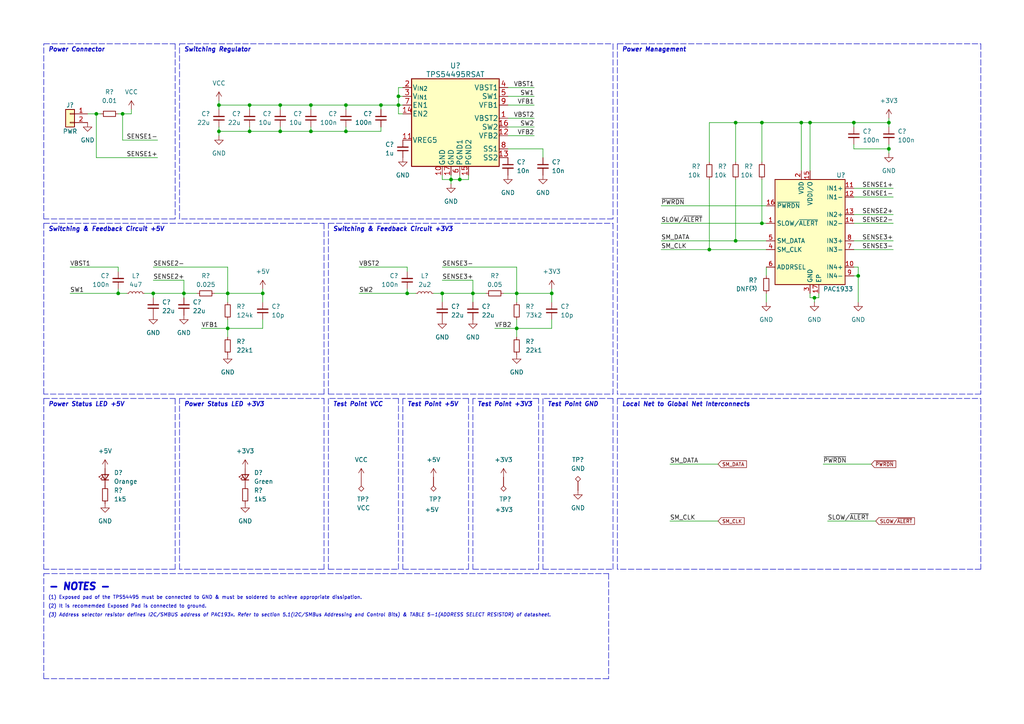
<source format=kicad_sch>
(kicad_sch (version 20211123) (generator eeschema)

  (uuid c11bad25-a9cf-44c7-a96e-564f6c19521c)

  (paper "A4")

  (title_block
    (title "Altair")
    (rev "A1")
    (comment 1 "Author : Varun")
  )

  (lib_symbols
    (symbol "Analog_ADC:PAC1934x-xJQ" (in_bom yes) (on_board yes)
      (property "Reference" "U" (id 0) (at -8.89 16.51 0)
        (effects (font (size 1.27 1.27)))
      )
      (property "Value" "PAC1934x-xJQ" (id 1) (at 7.62 16.51 0)
        (effects (font (size 1.27 1.27)))
      )
      (property "Footprint" "Package_DFN_QFN:UQFN-16-1EP_4x4mm_P0.65mm_EP2.7x2.7mm" (id 2) (at 35.56 -16.51 0)
        (effects (font (size 1.27 1.27)) hide)
      )
      (property "Datasheet" "http://ww1.microchip.com/downloads/en/DeviceDoc/PAC1931-Family-Data-Sheet-DS20005850E.pdf" (id 3) (at -6.35 19.05 0)
        (effects (font (size 1.27 1.27)) hide)
      )
      (property "ki_keywords" "I2C Current Shunt Energy Monitor" (id 4) (at 0 0 0)
        (effects (font (size 1.27 1.27)) hide)
      )
      (property "ki_description" "Multi-Channel DC Power/Energy Monitor with Accumulator, UQFN-16" (id 5) (at 0 0 0)
        (effects (font (size 1.27 1.27)) hide)
      )
      (property "ki_fp_filters" "UQFN*1EP*4x4mm*P0.65mm*" (id 6) (at 0 0 0)
        (effects (font (size 1.27 1.27)) hide)
      )
      (symbol "PAC1934x-xJQ_0_1"
        (rectangle (start -10.16 15.24) (end 10.16 -15.24)
          (stroke (width 0.254) (type default) (color 0 0 0 0))
          (fill (type background))
        )
      )
      (symbol "PAC1934x-xJQ_1_1"
        (pin open_collector line (at -12.7 2.54 0) (length 2.54)
          (name "SLOW/~{ALERT}" (effects (font (size 1.27 1.27))))
          (number "1" (effects (font (size 1.27 1.27))))
        )
        (pin input line (at 12.7 -10.16 180) (length 2.54)
          (name "IN4+" (effects (font (size 1.27 1.27))))
          (number "10" (effects (font (size 1.27 1.27))))
        )
        (pin input line (at 12.7 12.7 180) (length 2.54)
          (name "IN1+" (effects (font (size 1.27 1.27))))
          (number "11" (effects (font (size 1.27 1.27))))
        )
        (pin input line (at 12.7 10.16 180) (length 2.54)
          (name "IN1-" (effects (font (size 1.27 1.27))))
          (number "12" (effects (font (size 1.27 1.27))))
        )
        (pin input line (at 12.7 5.08 180) (length 2.54)
          (name "IN2+" (effects (font (size 1.27 1.27))))
          (number "13" (effects (font (size 1.27 1.27))))
        )
        (pin input line (at 12.7 2.54 180) (length 2.54)
          (name "IN2-" (effects (font (size 1.27 1.27))))
          (number "14" (effects (font (size 1.27 1.27))))
        )
        (pin power_in line (at 0 17.78 270) (length 2.54)
          (name "VDDI/O" (effects (font (size 1.27 1.27))))
          (number "15" (effects (font (size 1.27 1.27))))
        )
        (pin input line (at -12.7 7.62 0) (length 2.54)
          (name "~{PWRDN}" (effects (font (size 1.27 1.27))))
          (number "16" (effects (font (size 1.27 1.27))))
        )
        (pin power_in line (at 2.54 -17.78 90) (length 2.54)
          (name "EP" (effects (font (size 1.27 1.27))))
          (number "17" (effects (font (size 1.27 1.27))))
        )
        (pin power_in line (at -2.54 17.78 270) (length 2.54)
          (name "VDD" (effects (font (size 1.27 1.27))))
          (number "2" (effects (font (size 1.27 1.27))))
        )
        (pin power_in line (at 0 -17.78 90) (length 2.54)
          (name "GND" (effects (font (size 1.27 1.27))))
          (number "3" (effects (font (size 1.27 1.27))))
        )
        (pin input line (at -12.7 -5.08 0) (length 2.54)
          (name "SM_CLK" (effects (font (size 1.27 1.27))))
          (number "4" (effects (font (size 1.27 1.27))))
        )
        (pin bidirectional line (at -12.7 -2.54 0) (length 2.54)
          (name "SM_DATA" (effects (font (size 1.27 1.27))))
          (number "5" (effects (font (size 1.27 1.27))))
        )
        (pin passive line (at -12.7 -10.16 0) (length 2.54)
          (name "ADDRSEL" (effects (font (size 1.27 1.27))))
          (number "6" (effects (font (size 1.27 1.27))))
        )
        (pin input line (at 12.7 -5.08 180) (length 2.54)
          (name "IN3-" (effects (font (size 1.27 1.27))))
          (number "7" (effects (font (size 1.27 1.27))))
        )
        (pin input line (at 12.7 -2.54 180) (length 2.54)
          (name "IN3+" (effects (font (size 1.27 1.27))))
          (number "8" (effects (font (size 1.27 1.27))))
        )
        (pin input line (at 12.7 -12.7 180) (length 2.54)
          (name "IN4-" (effects (font (size 1.27 1.27))))
          (number "9" (effects (font (size 1.27 1.27))))
        )
      )
    )
    (symbol "Connector:TestPoint_Alt" (pin_numbers hide) (pin_names (offset 0.762) hide) (in_bom yes) (on_board yes)
      (property "Reference" "TP" (id 0) (at 0 6.858 0)
        (effects (font (size 1.27 1.27)))
      )
      (property "Value" "TestPoint_Alt" (id 1) (at 0 5.08 0)
        (effects (font (size 1.27 1.27)))
      )
      (property "Footprint" "" (id 2) (at 5.08 0 0)
        (effects (font (size 1.27 1.27)) hide)
      )
      (property "Datasheet" "~" (id 3) (at 5.08 0 0)
        (effects (font (size 1.27 1.27)) hide)
      )
      (property "ki_keywords" "test point tp" (id 4) (at 0 0 0)
        (effects (font (size 1.27 1.27)) hide)
      )
      (property "ki_description" "test point (alternative shape)" (id 5) (at 0 0 0)
        (effects (font (size 1.27 1.27)) hide)
      )
      (property "ki_fp_filters" "Pin* Test*" (id 6) (at 0 0 0)
        (effects (font (size 1.27 1.27)) hide)
      )
      (symbol "TestPoint_Alt_0_1"
        (polyline
          (pts
            (xy 0 2.54)
            (xy -0.762 3.302)
            (xy 0 4.064)
            (xy 0.762 3.302)
            (xy 0 2.54)
          )
          (stroke (width 0) (type default) (color 0 0 0 0))
          (fill (type none))
        )
      )
      (symbol "TestPoint_Alt_1_1"
        (pin passive line (at 0 0 90) (length 2.54)
          (name "1" (effects (font (size 1.27 1.27))))
          (number "1" (effects (font (size 1.27 1.27))))
        )
      )
    )
    (symbol "Connector_Generic:Conn_01x02" (pin_names (offset 1.016) hide) (in_bom yes) (on_board yes)
      (property "Reference" "J" (id 0) (at 0 2.54 0)
        (effects (font (size 1.27 1.27)))
      )
      (property "Value" "Conn_01x02" (id 1) (at 0 -5.08 0)
        (effects (font (size 1.27 1.27)))
      )
      (property "Footprint" "" (id 2) (at 0 0 0)
        (effects (font (size 1.27 1.27)) hide)
      )
      (property "Datasheet" "~" (id 3) (at 0 0 0)
        (effects (font (size 1.27 1.27)) hide)
      )
      (property "ki_keywords" "connector" (id 4) (at 0 0 0)
        (effects (font (size 1.27 1.27)) hide)
      )
      (property "ki_description" "Generic connector, single row, 01x02, script generated (kicad-library-utils/schlib/autogen/connector/)" (id 5) (at 0 0 0)
        (effects (font (size 1.27 1.27)) hide)
      )
      (property "ki_fp_filters" "Connector*:*_1x??_*" (id 6) (at 0 0 0)
        (effects (font (size 1.27 1.27)) hide)
      )
      (symbol "Conn_01x02_1_1"
        (rectangle (start -1.27 -2.413) (end 0 -2.667)
          (stroke (width 0.1524) (type default) (color 0 0 0 0))
          (fill (type none))
        )
        (rectangle (start -1.27 0.127) (end 0 -0.127)
          (stroke (width 0.1524) (type default) (color 0 0 0 0))
          (fill (type none))
        )
        (rectangle (start -1.27 1.27) (end 1.27 -3.81)
          (stroke (width 0.254) (type default) (color 0 0 0 0))
          (fill (type background))
        )
        (pin passive line (at -5.08 0 0) (length 3.81)
          (name "Pin_1" (effects (font (size 1.27 1.27))))
          (number "1" (effects (font (size 1.27 1.27))))
        )
        (pin passive line (at -5.08 -2.54 0) (length 3.81)
          (name "Pin_2" (effects (font (size 1.27 1.27))))
          (number "2" (effects (font (size 1.27 1.27))))
        )
      )
    )
    (symbol "Device:C_Small" (pin_numbers hide) (pin_names (offset 0.254) hide) (in_bom yes) (on_board yes)
      (property "Reference" "C" (id 0) (at 0.254 1.778 0)
        (effects (font (size 1.27 1.27)) (justify left))
      )
      (property "Value" "C_Small" (id 1) (at 0.254 -2.032 0)
        (effects (font (size 1.27 1.27)) (justify left))
      )
      (property "Footprint" "" (id 2) (at 0 0 0)
        (effects (font (size 1.27 1.27)) hide)
      )
      (property "Datasheet" "~" (id 3) (at 0 0 0)
        (effects (font (size 1.27 1.27)) hide)
      )
      (property "ki_keywords" "capacitor cap" (id 4) (at 0 0 0)
        (effects (font (size 1.27 1.27)) hide)
      )
      (property "ki_description" "Unpolarized capacitor, small symbol" (id 5) (at 0 0 0)
        (effects (font (size 1.27 1.27)) hide)
      )
      (property "ki_fp_filters" "C_*" (id 6) (at 0 0 0)
        (effects (font (size 1.27 1.27)) hide)
      )
      (symbol "C_Small_0_1"
        (polyline
          (pts
            (xy -1.524 -0.508)
            (xy 1.524 -0.508)
          )
          (stroke (width 0.3302) (type default) (color 0 0 0 0))
          (fill (type none))
        )
        (polyline
          (pts
            (xy -1.524 0.508)
            (xy 1.524 0.508)
          )
          (stroke (width 0.3048) (type default) (color 0 0 0 0))
          (fill (type none))
        )
      )
      (symbol "C_Small_1_1"
        (pin passive line (at 0 2.54 270) (length 2.032)
          (name "~" (effects (font (size 1.27 1.27))))
          (number "1" (effects (font (size 1.27 1.27))))
        )
        (pin passive line (at 0 -2.54 90) (length 2.032)
          (name "~" (effects (font (size 1.27 1.27))))
          (number "2" (effects (font (size 1.27 1.27))))
        )
      )
    )
    (symbol "Device:LED_Small" (pin_numbers hide) (pin_names (offset 0.254) hide) (in_bom yes) (on_board yes)
      (property "Reference" "D" (id 0) (at -1.27 3.175 0)
        (effects (font (size 1.27 1.27)) (justify left))
      )
      (property "Value" "LED_Small" (id 1) (at -4.445 -2.54 0)
        (effects (font (size 1.27 1.27)) (justify left))
      )
      (property "Footprint" "" (id 2) (at 0 0 90)
        (effects (font (size 1.27 1.27)) hide)
      )
      (property "Datasheet" "~" (id 3) (at 0 0 90)
        (effects (font (size 1.27 1.27)) hide)
      )
      (property "ki_keywords" "LED diode light-emitting-diode" (id 4) (at 0 0 0)
        (effects (font (size 1.27 1.27)) hide)
      )
      (property "ki_description" "Light emitting diode, small symbol" (id 5) (at 0 0 0)
        (effects (font (size 1.27 1.27)) hide)
      )
      (property "ki_fp_filters" "LED* LED_SMD:* LED_THT:*" (id 6) (at 0 0 0)
        (effects (font (size 1.27 1.27)) hide)
      )
      (symbol "LED_Small_0_1"
        (polyline
          (pts
            (xy -0.762 -1.016)
            (xy -0.762 1.016)
          )
          (stroke (width 0.254) (type default) (color 0 0 0 0))
          (fill (type none))
        )
        (polyline
          (pts
            (xy 1.016 0)
            (xy -0.762 0)
          )
          (stroke (width 0) (type default) (color 0 0 0 0))
          (fill (type none))
        )
        (polyline
          (pts
            (xy 0.762 -1.016)
            (xy -0.762 0)
            (xy 0.762 1.016)
            (xy 0.762 -1.016)
          )
          (stroke (width 0.254) (type default) (color 0 0 0 0))
          (fill (type none))
        )
        (polyline
          (pts
            (xy 0 0.762)
            (xy -0.508 1.27)
            (xy -0.254 1.27)
            (xy -0.508 1.27)
            (xy -0.508 1.016)
          )
          (stroke (width 0) (type default) (color 0 0 0 0))
          (fill (type none))
        )
        (polyline
          (pts
            (xy 0.508 1.27)
            (xy 0 1.778)
            (xy 0.254 1.778)
            (xy 0 1.778)
            (xy 0 1.524)
          )
          (stroke (width 0) (type default) (color 0 0 0 0))
          (fill (type none))
        )
      )
      (symbol "LED_Small_1_1"
        (pin passive line (at -2.54 0 0) (length 1.778)
          (name "K" (effects (font (size 1.27 1.27))))
          (number "1" (effects (font (size 1.27 1.27))))
        )
        (pin passive line (at 2.54 0 180) (length 1.778)
          (name "A" (effects (font (size 1.27 1.27))))
          (number "2" (effects (font (size 1.27 1.27))))
        )
      )
    )
    (symbol "Device:L_Small" (pin_numbers hide) (pin_names (offset 0.254) hide) (in_bom yes) (on_board yes)
      (property "Reference" "L" (id 0) (at 0.762 1.016 0)
        (effects (font (size 1.27 1.27)) (justify left))
      )
      (property "Value" "L_Small" (id 1) (at 0.762 -1.016 0)
        (effects (font (size 1.27 1.27)) (justify left))
      )
      (property "Footprint" "" (id 2) (at 0 0 0)
        (effects (font (size 1.27 1.27)) hide)
      )
      (property "Datasheet" "~" (id 3) (at 0 0 0)
        (effects (font (size 1.27 1.27)) hide)
      )
      (property "ki_keywords" "inductor choke coil reactor magnetic" (id 4) (at 0 0 0)
        (effects (font (size 1.27 1.27)) hide)
      )
      (property "ki_description" "Inductor, small symbol" (id 5) (at 0 0 0)
        (effects (font (size 1.27 1.27)) hide)
      )
      (property "ki_fp_filters" "Choke_* *Coil* Inductor_* L_*" (id 6) (at 0 0 0)
        (effects (font (size 1.27 1.27)) hide)
      )
      (symbol "L_Small_0_1"
        (arc (start 0 -2.032) (mid 0.508 -1.524) (end 0 -1.016)
          (stroke (width 0) (type default) (color 0 0 0 0))
          (fill (type none))
        )
        (arc (start 0 -1.016) (mid 0.508 -0.508) (end 0 0)
          (stroke (width 0) (type default) (color 0 0 0 0))
          (fill (type none))
        )
        (arc (start 0 0) (mid 0.508 0.508) (end 0 1.016)
          (stroke (width 0) (type default) (color 0 0 0 0))
          (fill (type none))
        )
        (arc (start 0 1.016) (mid 0.508 1.524) (end 0 2.032)
          (stroke (width 0) (type default) (color 0 0 0 0))
          (fill (type none))
        )
      )
      (symbol "L_Small_1_1"
        (pin passive line (at 0 2.54 270) (length 0.508)
          (name "~" (effects (font (size 1.27 1.27))))
          (number "1" (effects (font (size 1.27 1.27))))
        )
        (pin passive line (at 0 -2.54 90) (length 0.508)
          (name "~" (effects (font (size 1.27 1.27))))
          (number "2" (effects (font (size 1.27 1.27))))
        )
      )
    )
    (symbol "Device:R_Small" (pin_numbers hide) (pin_names (offset 0.254) hide) (in_bom yes) (on_board yes)
      (property "Reference" "R" (id 0) (at 0.762 0.508 0)
        (effects (font (size 1.27 1.27)) (justify left))
      )
      (property "Value" "R_Small" (id 1) (at 0.762 -1.016 0)
        (effects (font (size 1.27 1.27)) (justify left))
      )
      (property "Footprint" "" (id 2) (at 0 0 0)
        (effects (font (size 1.27 1.27)) hide)
      )
      (property "Datasheet" "~" (id 3) (at 0 0 0)
        (effects (font (size 1.27 1.27)) hide)
      )
      (property "ki_keywords" "R resistor" (id 4) (at 0 0 0)
        (effects (font (size 1.27 1.27)) hide)
      )
      (property "ki_description" "Resistor, small symbol" (id 5) (at 0 0 0)
        (effects (font (size 1.27 1.27)) hide)
      )
      (property "ki_fp_filters" "R_*" (id 6) (at 0 0 0)
        (effects (font (size 1.27 1.27)) hide)
      )
      (symbol "R_Small_0_1"
        (rectangle (start -0.762 1.778) (end 0.762 -1.778)
          (stroke (width 0.2032) (type default) (color 0 0 0 0))
          (fill (type none))
        )
      )
      (symbol "R_Small_1_1"
        (pin passive line (at 0 2.54 270) (length 0.762)
          (name "~" (effects (font (size 1.27 1.27))))
          (number "1" (effects (font (size 1.27 1.27))))
        )
        (pin passive line (at 0 -2.54 90) (length 0.762)
          (name "~" (effects (font (size 1.27 1.27))))
          (number "2" (effects (font (size 1.27 1.27))))
        )
      )
    )
    (symbol "TPS54495RSAT:TPS54495RSAT" (pin_names (offset 0.254)) (in_bom yes) (on_board yes)
      (property "Reference" "U" (id 0) (at 0 16.51 0)
        (effects (font (size 1.524 1.524)))
      )
      (property "Value" "TPS54495RSAT" (id 1) (at 0 13.97 0)
        (effects (font (size 1.524 1.524)))
      )
      (property "Footprint" "RSA16_2P7X2P7_TEX" (id 2) (at 0 0 0)
        (effects (font (size 1.524 1.524)) hide)
      )
      (property "Datasheet" "" (id 3) (at -26.67 -21.59 0)
        (effects (font (size 1.524 1.524)))
      )
      (property "ki_locked" "" (id 4) (at 0 0 0)
        (effects (font (size 1.27 1.27)))
      )
      (property "ki_fp_filters" "RSA16_2P7X2P7_TEX" (id 5) (at 0 0 0)
        (effects (font (size 1.27 1.27)) hide)
      )
      (symbol "TPS54495RSAT_1_1"
        (rectangle (start -12.7 12.7) (end 12.7 -12.7)
          (stroke (width 0.3048) (type default) (color 0 0 0 0))
          (fill (type background))
        )
        (pin input line (at 15.24 1.27 180) (length 2.54)
          (name "VBST2" (effects (font (size 1.4986 1.4986))))
          (number "1" (effects (font (size 1.4986 1.4986))))
        )
        (pin power_in line (at -3.81 -15.24 90) (length 2.54)
          (name "GND" (effects (font (size 1.4986 1.4986))))
          (number "10" (effects (font (size 1.4986 1.4986))))
        )
        (pin output line (at -15.24 -5.08 0) (length 2.54)
          (name "VREG5" (effects (font (size 1.4986 1.4986))))
          (number "11" (effects (font (size 1.4986 1.4986))))
        )
        (pin input line (at 15.24 -3.81 180) (length 2.54)
          (name "VFB2" (effects (font (size 1.4986 1.4986))))
          (number "12" (effects (font (size 1.4986 1.4986))))
        )
        (pin output line (at 15.24 -10.16 180) (length 2.54)
          (name "SS2" (effects (font (size 1.4986 1.4986))))
          (number "13" (effects (font (size 1.4986 1.4986))))
        )
        (pin input line (at -15.24 2.54 0) (length 2.54)
          (name "EN2" (effects (font (size 1.4986 1.4986))))
          (number "14" (effects (font (size 1.4986 1.4986))))
        )
        (pin power_in line (at 3.81 -15.24 90) (length 2.54)
          (name "PGND2" (effects (font (size 1.4986 1.4986))))
          (number "15" (effects (font (size 1.4986 1.4986))))
        )
        (pin bidirectional line (at 15.24 -1.27 180) (length 2.54)
          (name "SW2" (effects (font (size 1.4986 1.4986))))
          (number "16" (effects (font (size 1.4986 1.4986))))
        )
        (pin power_in line (at -1.27 -15.24 90) (length 2.54)
          (name "GND" (effects (font (size 1.4986 1.4986))))
          (number "17" (effects (font (size 1.4986 1.4986))))
        )
        (pin power_in line (at -15.24 10.16 0) (length 2.54)
          (name "V_{IN2}" (effects (font (size 1.4986 1.4986))))
          (number "2" (effects (font (size 1.4986 1.4986))))
        )
        (pin power_in line (at -15.24 7.62 0) (length 2.54)
          (name "V_{IN1}" (effects (font (size 1.4986 1.4986))))
          (number "3" (effects (font (size 1.4986 1.4986))))
        )
        (pin input line (at 15.24 10.16 180) (length 2.54)
          (name "VBST1" (effects (font (size 1.4986 1.4986))))
          (number "4" (effects (font (size 1.4986 1.4986))))
        )
        (pin bidirectional line (at 15.24 7.62 180) (length 2.54)
          (name "SW1" (effects (font (size 1.4986 1.4986))))
          (number "5" (effects (font (size 1.4986 1.4986))))
        )
        (pin power_in line (at 1.27 -15.24 90) (length 2.54)
          (name "PGND1" (effects (font (size 1.4986 1.4986))))
          (number "6" (effects (font (size 1.4986 1.4986))))
        )
        (pin input line (at -15.24 5.08 0) (length 2.54)
          (name "EN1" (effects (font (size 1.4986 1.4986))))
          (number "7" (effects (font (size 1.4986 1.4986))))
        )
        (pin output line (at 15.24 -7.62 180) (length 2.54)
          (name "SS1" (effects (font (size 1.4986 1.4986))))
          (number "8" (effects (font (size 1.4986 1.4986))))
        )
        (pin input line (at 15.24 5.08 180) (length 2.54)
          (name "VFB1" (effects (font (size 1.4986 1.4986))))
          (number "9" (effects (font (size 1.4986 1.4986))))
        )
      )
    )
    (symbol "power:+3V3" (power) (pin_names (offset 0)) (in_bom yes) (on_board yes)
      (property "Reference" "#PWR" (id 0) (at 0 -3.81 0)
        (effects (font (size 1.27 1.27)) hide)
      )
      (property "Value" "+3V3" (id 1) (at 0 3.556 0)
        (effects (font (size 1.27 1.27)))
      )
      (property "Footprint" "" (id 2) (at 0 0 0)
        (effects (font (size 1.27 1.27)) hide)
      )
      (property "Datasheet" "" (id 3) (at 0 0 0)
        (effects (font (size 1.27 1.27)) hide)
      )
      (property "ki_keywords" "power-flag" (id 4) (at 0 0 0)
        (effects (font (size 1.27 1.27)) hide)
      )
      (property "ki_description" "Power symbol creates a global label with name \"+3V3\"" (id 5) (at 0 0 0)
        (effects (font (size 1.27 1.27)) hide)
      )
      (symbol "+3V3_0_1"
        (polyline
          (pts
            (xy -0.762 1.27)
            (xy 0 2.54)
          )
          (stroke (width 0) (type default) (color 0 0 0 0))
          (fill (type none))
        )
        (polyline
          (pts
            (xy 0 0)
            (xy 0 2.54)
          )
          (stroke (width 0) (type default) (color 0 0 0 0))
          (fill (type none))
        )
        (polyline
          (pts
            (xy 0 2.54)
            (xy 0.762 1.27)
          )
          (stroke (width 0) (type default) (color 0 0 0 0))
          (fill (type none))
        )
      )
      (symbol "+3V3_1_1"
        (pin power_in line (at 0 0 90) (length 0) hide
          (name "+3V3" (effects (font (size 1.27 1.27))))
          (number "1" (effects (font (size 1.27 1.27))))
        )
      )
    )
    (symbol "power:+5V" (power) (pin_names (offset 0)) (in_bom yes) (on_board yes)
      (property "Reference" "#PWR" (id 0) (at 0 -3.81 0)
        (effects (font (size 1.27 1.27)) hide)
      )
      (property "Value" "+5V" (id 1) (at 0 3.556 0)
        (effects (font (size 1.27 1.27)))
      )
      (property "Footprint" "" (id 2) (at 0 0 0)
        (effects (font (size 1.27 1.27)) hide)
      )
      (property "Datasheet" "" (id 3) (at 0 0 0)
        (effects (font (size 1.27 1.27)) hide)
      )
      (property "ki_keywords" "power-flag" (id 4) (at 0 0 0)
        (effects (font (size 1.27 1.27)) hide)
      )
      (property "ki_description" "Power symbol creates a global label with name \"+5V\"" (id 5) (at 0 0 0)
        (effects (font (size 1.27 1.27)) hide)
      )
      (symbol "+5V_0_1"
        (polyline
          (pts
            (xy -0.762 1.27)
            (xy 0 2.54)
          )
          (stroke (width 0) (type default) (color 0 0 0 0))
          (fill (type none))
        )
        (polyline
          (pts
            (xy 0 0)
            (xy 0 2.54)
          )
          (stroke (width 0) (type default) (color 0 0 0 0))
          (fill (type none))
        )
        (polyline
          (pts
            (xy 0 2.54)
            (xy 0.762 1.27)
          )
          (stroke (width 0) (type default) (color 0 0 0 0))
          (fill (type none))
        )
      )
      (symbol "+5V_1_1"
        (pin power_in line (at 0 0 90) (length 0) hide
          (name "+5V" (effects (font (size 1.27 1.27))))
          (number "1" (effects (font (size 1.27 1.27))))
        )
      )
    )
    (symbol "power:GND" (power) (pin_names (offset 0)) (in_bom yes) (on_board yes)
      (property "Reference" "#PWR" (id 0) (at 0 -6.35 0)
        (effects (font (size 1.27 1.27)) hide)
      )
      (property "Value" "GND" (id 1) (at 0 -3.81 0)
        (effects (font (size 1.27 1.27)))
      )
      (property "Footprint" "" (id 2) (at 0 0 0)
        (effects (font (size 1.27 1.27)) hide)
      )
      (property "Datasheet" "" (id 3) (at 0 0 0)
        (effects (font (size 1.27 1.27)) hide)
      )
      (property "ki_keywords" "power-flag" (id 4) (at 0 0 0)
        (effects (font (size 1.27 1.27)) hide)
      )
      (property "ki_description" "Power symbol creates a global label with name \"GND\" , ground" (id 5) (at 0 0 0)
        (effects (font (size 1.27 1.27)) hide)
      )
      (symbol "GND_0_1"
        (polyline
          (pts
            (xy 0 0)
            (xy 0 -1.27)
            (xy 1.27 -1.27)
            (xy 0 -2.54)
            (xy -1.27 -1.27)
            (xy 0 -1.27)
          )
          (stroke (width 0) (type default) (color 0 0 0 0))
          (fill (type none))
        )
      )
      (symbol "GND_1_1"
        (pin power_in line (at 0 0 270) (length 0) hide
          (name "GND" (effects (font (size 1.27 1.27))))
          (number "1" (effects (font (size 1.27 1.27))))
        )
      )
    )
    (symbol "power:VCC" (power) (pin_names (offset 0)) (in_bom yes) (on_board yes)
      (property "Reference" "#PWR" (id 0) (at 0 -3.81 0)
        (effects (font (size 1.27 1.27)) hide)
      )
      (property "Value" "VCC" (id 1) (at 0 3.81 0)
        (effects (font (size 1.27 1.27)))
      )
      (property "Footprint" "" (id 2) (at 0 0 0)
        (effects (font (size 1.27 1.27)) hide)
      )
      (property "Datasheet" "" (id 3) (at 0 0 0)
        (effects (font (size 1.27 1.27)) hide)
      )
      (property "ki_keywords" "power-flag" (id 4) (at 0 0 0)
        (effects (font (size 1.27 1.27)) hide)
      )
      (property "ki_description" "Power symbol creates a global label with name \"VCC\"" (id 5) (at 0 0 0)
        (effects (font (size 1.27 1.27)) hide)
      )
      (symbol "VCC_0_1"
        (polyline
          (pts
            (xy -0.762 1.27)
            (xy 0 2.54)
          )
          (stroke (width 0) (type default) (color 0 0 0 0))
          (fill (type none))
        )
        (polyline
          (pts
            (xy 0 0)
            (xy 0 2.54)
          )
          (stroke (width 0) (type default) (color 0 0 0 0))
          (fill (type none))
        )
        (polyline
          (pts
            (xy 0 2.54)
            (xy 0.762 1.27)
          )
          (stroke (width 0) (type default) (color 0 0 0 0))
          (fill (type none))
        )
      )
      (symbol "VCC_1_1"
        (pin power_in line (at 0 0 90) (length 0) hide
          (name "VCC" (effects (font (size 1.27 1.27))))
          (number "1" (effects (font (size 1.27 1.27))))
        )
      )
    )
  )

  (junction (at 115.57 30.48) (diameter 0) (color 0 0 0 0)
    (uuid 076afdaf-6620-4427-9edc-2ec6e27e4cd6)
  )
  (junction (at 213.36 69.85) (diameter 0) (color 0 0 0 0)
    (uuid 08a3b1a3-1db4-4093-81d0-8151117922c4)
  )
  (junction (at 257.81 43.18) (diameter 0) (color 0 0 0 0)
    (uuid 0ef894d9-230b-4109-b9da-f41235c983d7)
  )
  (junction (at 220.98 64.77) (diameter 0) (color 0 0 0 0)
    (uuid 1fde5be0-9fbe-4fa8-a8e5-c23e43c04492)
  )
  (junction (at 100.33 38.1) (diameter 0) (color 0 0 0 0)
    (uuid 2668c6d7-38a5-44cb-a0c9-8b4480cf9c58)
  )
  (junction (at 53.34 85.09) (diameter 0) (color 0 0 0 0)
    (uuid 2cc9b60e-448e-4420-9731-3e4f0d1f8b00)
  )
  (junction (at 35.56 33.02) (diameter 0) (color 0 0 0 0)
    (uuid 316a94ba-8f49-4b2c-94a6-7b4c77461c5d)
  )
  (junction (at 248.92 80.01) (diameter 0) (color 0 0 0 0)
    (uuid 332c0b75-e461-4c69-9164-0054cdaec5bf)
  )
  (junction (at 81.28 30.48) (diameter 0) (color 0 0 0 0)
    (uuid 334c8fe9-eda0-4e44-a52c-54e7647f3f54)
  )
  (junction (at 236.22 86.36) (diameter 0) (color 0 0 0 0)
    (uuid 36570266-ac30-48fb-a957-d39c502c9460)
  )
  (junction (at 137.16 85.09) (diameter 0) (color 0 0 0 0)
    (uuid 384466e2-a59b-43b6-9008-39daddd02674)
  )
  (junction (at 118.11 85.09) (diameter 0) (color 0 0 0 0)
    (uuid 39e6ca31-b1f0-46bc-9630-41a45a1a4ab1)
  )
  (junction (at 90.17 38.1) (diameter 0) (color 0 0 0 0)
    (uuid 3f0f51ab-df5c-455b-84fd-4375f70bb42a)
  )
  (junction (at 44.45 85.09) (diameter 0) (color 0 0 0 0)
    (uuid 454cee0f-351c-40e1-8c42-27aade89883d)
  )
  (junction (at 110.49 30.48) (diameter 0) (color 0 0 0 0)
    (uuid 46ddea12-7fc9-462d-89ef-0473edcc5d04)
  )
  (junction (at 115.57 27.94) (diameter 0) (color 0 0 0 0)
    (uuid 490bbe30-6b61-4ace-8f20-493492abcc0c)
  )
  (junction (at 247.65 35.56) (diameter 0) (color 0 0 0 0)
    (uuid 4cfb502d-c4cd-4846-80a3-4d9b53873881)
  )
  (junction (at 90.17 30.48) (diameter 0) (color 0 0 0 0)
    (uuid 547a00df-5a8d-4911-812e-36c02aed31ba)
  )
  (junction (at 234.95 35.56) (diameter 0) (color 0 0 0 0)
    (uuid 5760d0e3-7ecb-4964-9b4f-1fd14b4a0a93)
  )
  (junction (at 72.39 30.48) (diameter 0) (color 0 0 0 0)
    (uuid 64a151cf-b024-499a-97ff-01cc3c8a8465)
  )
  (junction (at 81.28 38.1) (diameter 0) (color 0 0 0 0)
    (uuid 6b137d9b-8940-4771-973e-c1e623623f55)
  )
  (junction (at 66.04 95.25) (diameter 0) (color 0 0 0 0)
    (uuid 6c14688f-291e-4852-b389-3c6d66b7e5d9)
  )
  (junction (at 27.94 33.02) (diameter 0) (color 0 0 0 0)
    (uuid 7f3696e3-ff5b-4cf3-9096-a676f8027ab5)
  )
  (junction (at 34.29 85.09) (diameter 0) (color 0 0 0 0)
    (uuid 8e24644e-d7f3-40f4-86a8-3d53ea62d8fd)
  )
  (junction (at 76.2 85.09) (diameter 0) (color 0 0 0 0)
    (uuid 90d07276-9185-44ec-9e1f-6860884905c3)
  )
  (junction (at 66.04 85.09) (diameter 0) (color 0 0 0 0)
    (uuid 9458241a-34ea-41d5-b1cc-fe647cea4343)
  )
  (junction (at 149.86 95.25) (diameter 0) (color 0 0 0 0)
    (uuid 996eb540-6fe3-4685-8ab2-ac324ebcf625)
  )
  (junction (at 232.41 35.56) (diameter 0) (color 0 0 0 0)
    (uuid 9d062086-fb31-4f68-9fe6-1166c15fc8d5)
  )
  (junction (at 100.33 30.48) (diameter 0) (color 0 0 0 0)
    (uuid a7f300e1-fc8e-4028-ae64-5761dab80d60)
  )
  (junction (at 257.81 35.56) (diameter 0) (color 0 0 0 0)
    (uuid b2246d15-cb0e-4e3f-84fb-c1a652084bc6)
  )
  (junction (at 213.36 35.56) (diameter 0) (color 0 0 0 0)
    (uuid b52217fa-f82d-47d9-87db-dc709fb9845a)
  )
  (junction (at 63.5 30.48) (diameter 0) (color 0 0 0 0)
    (uuid c442bf3b-4594-4630-af0f-345fcfecf49c)
  )
  (junction (at 149.86 85.09) (diameter 0) (color 0 0 0 0)
    (uuid c8d89dd6-2eb9-4c05-8f88-48b2b2c4bcdf)
  )
  (junction (at 160.02 85.09) (diameter 0) (color 0 0 0 0)
    (uuid dbc386f0-a029-413f-90c2-ddf5c3d0fed2)
  )
  (junction (at 72.39 38.1) (diameter 0) (color 0 0 0 0)
    (uuid e0a57b86-7995-41e4-b01d-8dd08ab0849b)
  )
  (junction (at 128.27 85.09) (diameter 0) (color 0 0 0 0)
    (uuid e298d914-196a-4781-8cf8-77782d8ed708)
  )
  (junction (at 220.98 35.56) (diameter 0) (color 0 0 0 0)
    (uuid e38b5d6a-dde4-4f60-8079-f7f6e36b49df)
  )
  (junction (at 63.5 38.1) (diameter 0) (color 0 0 0 0)
    (uuid ec68a490-db4c-4116-b2e9-00e057a5c50f)
  )
  (junction (at 130.81 52.07) (diameter 0) (color 0 0 0 0)
    (uuid ee041367-2523-4226-b149-ac5efc1d501a)
  )
  (junction (at 133.35 52.07) (diameter 0) (color 0 0 0 0)
    (uuid fef14155-853e-469a-9c30-0d4bb2b40eb9)
  )
  (junction (at 205.74 72.39) (diameter 0) (color 0 0 0 0)
    (uuid fefa5e27-fb03-44e3-bf0b-b73c467ad696)
  )

  (polyline (pts (xy 284.48 165.1) (xy 179.07 165.1))
    (stroke (width 0) (type default) (color 0 0 0 0))
    (uuid 0087a083-865d-47a7-9b9a-20a5492d4fe3)
  )

  (wire (pts (xy 34.29 85.09) (xy 36.83 85.09))
    (stroke (width 0) (type default) (color 0 0 0 0))
    (uuid 010757bf-2a31-4bf3-bde6-db7ecf59a458)
  )
  (wire (pts (xy 160.02 85.09) (xy 160.02 87.63))
    (stroke (width 0) (type default) (color 0 0 0 0))
    (uuid 0181f367-c738-484d-92b3-e86e6bbf0037)
  )
  (polyline (pts (xy 179.07 115.57) (xy 179.07 165.1))
    (stroke (width 0) (type default) (color 0 0 0 0))
    (uuid 0333dac8-c743-412b-8e8c-89d8a46bf13d)
  )
  (polyline (pts (xy 12.7 12.7) (xy 50.8 12.7))
    (stroke (width 0) (type default) (color 0 0 0 0))
    (uuid 038e5a67-fd2f-4602-8474-0c649e451373)
  )

  (wire (pts (xy 191.77 69.85) (xy 213.36 69.85))
    (stroke (width 0) (type default) (color 0 0 0 0))
    (uuid 04f0ef04-b553-4da9-9a3b-bd7ac19fea6c)
  )
  (wire (pts (xy 247.65 41.91) (xy 247.65 43.18))
    (stroke (width 0) (type default) (color 0 0 0 0))
    (uuid 051f02ab-58fe-44b9-a836-3e022b056151)
  )
  (polyline (pts (xy 135.89 115.57) (xy 116.84 115.57))
    (stroke (width 0) (type default) (color 0 0 0 0))
    (uuid 05fb96ba-2683-4752-bca0-4658fb529f68)
  )

  (wire (pts (xy 125.73 85.09) (xy 128.27 85.09))
    (stroke (width 0) (type default) (color 0 0 0 0))
    (uuid 06ee40b5-e668-46c9-a8e0-95e69723332b)
  )
  (wire (pts (xy 257.81 43.18) (xy 257.81 44.45))
    (stroke (width 0) (type default) (color 0 0 0 0))
    (uuid 07ae8b2e-b94d-4e79-b19b-ef2d6cdb9d80)
  )
  (wire (pts (xy 90.17 30.48) (xy 81.28 30.48))
    (stroke (width 0) (type default) (color 0 0 0 0))
    (uuid 0923b71a-3c1c-4dc2-bdee-a2730d62a5ea)
  )
  (wire (pts (xy 205.74 35.56) (xy 213.36 35.56))
    (stroke (width 0) (type default) (color 0 0 0 0))
    (uuid 0a468735-63d4-4e30-a2a2-6a6745c78416)
  )
  (polyline (pts (xy 115.57 115.57) (xy 95.25 115.57))
    (stroke (width 0) (type default) (color 0 0 0 0))
    (uuid 0bc9be6f-7df6-40db-a198-24cbcd2bd3c2)
  )
  (polyline (pts (xy 93.98 114.3) (xy 12.7 114.3))
    (stroke (width 0) (type default) (color 0 0 0 0))
    (uuid 0c3ee91c-198e-407b-80a8-87eb9db373f9)
  )

  (wire (pts (xy 110.49 38.1) (xy 110.49 36.83))
    (stroke (width 0) (type default) (color 0 0 0 0))
    (uuid 0d48d793-d9e6-4535-b43d-b19a9cfaf0a8)
  )
  (wire (pts (xy 66.04 77.47) (xy 66.04 85.09))
    (stroke (width 0) (type default) (color 0 0 0 0))
    (uuid 0f07f57e-f435-4e6b-894d-23266e617d29)
  )
  (wire (pts (xy 135.89 50.8) (xy 135.89 52.07))
    (stroke (width 0) (type default) (color 0 0 0 0))
    (uuid 0ff24090-dbc0-437d-a62b-d9236fcbff19)
  )
  (wire (pts (xy 137.16 85.09) (xy 140.97 85.09))
    (stroke (width 0) (type default) (color 0 0 0 0))
    (uuid 100b0101-7e62-4d1c-b7e4-409a7a5fa957)
  )
  (wire (pts (xy 44.45 85.09) (xy 53.34 85.09))
    (stroke (width 0) (type default) (color 0 0 0 0))
    (uuid 111ea0de-51ce-4e4e-b3e4-bf134097945f)
  )
  (wire (pts (xy 248.92 80.01) (xy 248.92 87.63))
    (stroke (width 0) (type default) (color 0 0 0 0))
    (uuid 12f9f32c-2857-4c8a-a180-1ac0bb3facd0)
  )
  (wire (pts (xy 205.74 52.07) (xy 205.74 72.39))
    (stroke (width 0) (type default) (color 0 0 0 0))
    (uuid 13f74aa0-3265-4d73-b2ce-d02cdb14ca39)
  )
  (wire (pts (xy 149.86 85.09) (xy 149.86 87.63))
    (stroke (width 0) (type default) (color 0 0 0 0))
    (uuid 14b7d920-4343-47e0-9651-b255393f36a4)
  )
  (polyline (pts (xy 284.48 114.3) (xy 179.07 114.3))
    (stroke (width 0) (type default) (color 0 0 0 0))
    (uuid 14cc83ac-e049-4914-9e55-223fc1e45563)
  )

  (wire (pts (xy 27.94 33.02) (xy 27.94 45.72))
    (stroke (width 0) (type default) (color 0 0 0 0))
    (uuid 1646b92f-1ebd-4ff8-9093-08a2e937c90d)
  )
  (polyline (pts (xy 95.25 115.57) (xy 95.25 165.1))
    (stroke (width 0) (type default) (color 0 0 0 0))
    (uuid 1800cf6b-f2e4-45f9-8167-0bc124adae8d)
  )

  (wire (pts (xy 110.49 30.48) (xy 115.57 30.48))
    (stroke (width 0) (type default) (color 0 0 0 0))
    (uuid 1cf2fe52-024c-4266-b3df-806a5d27df84)
  )
  (polyline (pts (xy 50.8 165.1) (xy 12.7 165.1))
    (stroke (width 0) (type default) (color 0 0 0 0))
    (uuid 1d06ed06-5865-4bc1-8800-660cd3551932)
  )

  (wire (pts (xy 63.5 29.21) (xy 63.5 30.48))
    (stroke (width 0) (type default) (color 0 0 0 0))
    (uuid 1d6b4fdc-e910-468e-8312-adc237e7f1fd)
  )
  (wire (pts (xy 147.32 27.94) (xy 154.94 27.94))
    (stroke (width 0) (type default) (color 0 0 0 0))
    (uuid 1ddb40fe-3a2a-441e-978f-bd880d7d4d1a)
  )
  (polyline (pts (xy 157.48 115.57) (xy 157.48 165.1))
    (stroke (width 0) (type default) (color 0 0 0 0))
    (uuid 2077dc8b-38d1-4139-8081-396429b01cf6)
  )

  (wire (pts (xy 128.27 50.8) (xy 128.27 52.07))
    (stroke (width 0) (type default) (color 0 0 0 0))
    (uuid 208b6d1b-f287-432b-9b13-19f7fda723cd)
  )
  (wire (pts (xy 234.95 35.56) (xy 234.95 49.53))
    (stroke (width 0) (type default) (color 0 0 0 0))
    (uuid 216f42d8-58f6-4dca-8fc8-dc460697e868)
  )
  (wire (pts (xy 220.98 46.99) (xy 220.98 35.56))
    (stroke (width 0) (type default) (color 0 0 0 0))
    (uuid 2217ae4d-6301-45ee-8348-3179b661fe2e)
  )
  (wire (pts (xy 38.1 31.75) (xy 38.1 33.02))
    (stroke (width 0) (type default) (color 0 0 0 0))
    (uuid 232c40c2-1437-46cb-a1a7-3bbbba2d09e5)
  )
  (wire (pts (xy 248.92 77.47) (xy 248.92 80.01))
    (stroke (width 0) (type default) (color 0 0 0 0))
    (uuid 240bef86-6783-49a8-aaf8-7237e9b6efb6)
  )
  (wire (pts (xy 220.98 35.56) (xy 232.41 35.56))
    (stroke (width 0) (type default) (color 0 0 0 0))
    (uuid 2a2df756-b61a-4cc2-9623-f529b3cb98ef)
  )
  (polyline (pts (xy 50.8 63.5) (xy 12.7 63.5))
    (stroke (width 0) (type default) (color 0 0 0 0))
    (uuid 2c74775a-e3f9-453b-9621-ba268b934865)
  )

  (wire (pts (xy 128.27 85.09) (xy 137.16 85.09))
    (stroke (width 0) (type default) (color 0 0 0 0))
    (uuid 2cd952e8-d252-41d6-a95f-bbf7976f8529)
  )
  (polyline (pts (xy 95.25 64.77) (xy 177.8 64.77))
    (stroke (width 0) (type default) (color 0 0 0 0))
    (uuid 2d7f06f5-d0d5-48a2-af01-c901f5e36451)
  )

  (wire (pts (xy 149.86 77.47) (xy 149.86 85.09))
    (stroke (width 0) (type default) (color 0 0 0 0))
    (uuid 2df0b480-c781-438a-ac58-d9dab2c7bcd2)
  )
  (wire (pts (xy 149.86 95.25) (xy 160.02 95.25))
    (stroke (width 0) (type default) (color 0 0 0 0))
    (uuid 2e0cd079-227d-4c72-b830-774a29fafa88)
  )
  (polyline (pts (xy 284.48 12.7) (xy 284.48 114.3))
    (stroke (width 0) (type default) (color 0 0 0 0))
    (uuid 2fd1c4be-4e81-4051-a801-e1e9bbf30fef)
  )
  (polyline (pts (xy 12.7 196.85) (xy 12.7 166.37))
    (stroke (width 0) (type default) (color 0 0 0 0))
    (uuid 360a183d-a4ba-4f26-81cf-93dd562c5c88)
  )

  (wire (pts (xy 130.81 52.07) (xy 133.35 52.07))
    (stroke (width 0) (type default) (color 0 0 0 0))
    (uuid 36a99fbc-31c1-4aba-939f-b611de401d2d)
  )
  (wire (pts (xy 34.29 33.02) (xy 35.56 33.02))
    (stroke (width 0) (type default) (color 0 0 0 0))
    (uuid 36ba5ef5-481b-4b65-8fe4-7d62ecb1a4a6)
  )
  (wire (pts (xy 238.76 134.62) (xy 252.73 134.62))
    (stroke (width 0) (type default) (color 0 0 0 0))
    (uuid 37acb77a-4142-4275-bc77-22ae33700deb)
  )
  (wire (pts (xy 149.86 85.09) (xy 160.02 85.09))
    (stroke (width 0) (type default) (color 0 0 0 0))
    (uuid 39f40e80-02e6-4b92-8ccc-2e4044404b3f)
  )
  (wire (pts (xy 115.57 27.94) (xy 116.84 27.94))
    (stroke (width 0) (type default) (color 0 0 0 0))
    (uuid 3a175edc-ffc0-411d-b252-17c93bbdd87d)
  )
  (polyline (pts (xy 95.25 114.3) (xy 177.8 114.3))
    (stroke (width 0) (type default) (color 0 0 0 0))
    (uuid 3a37d638-f395-479c-8224-ea046b010ff4)
  )
  (polyline (pts (xy 12.7 115.57) (xy 12.7 165.1))
    (stroke (width 0) (type default) (color 0 0 0 0))
    (uuid 3ae6d83f-1a71-4c61-866a-d48cb3d7fe7f)
  )

  (wire (pts (xy 194.31 151.13) (xy 208.28 151.13))
    (stroke (width 0) (type default) (color 0 0 0 0))
    (uuid 3cd37b16-53ae-47a8-8c97-656eea1f0631)
  )
  (wire (pts (xy 118.11 85.09) (xy 120.65 85.09))
    (stroke (width 0) (type default) (color 0 0 0 0))
    (uuid 4035fff4-e731-4b25-9857-d496b4948729)
  )
  (wire (pts (xy 247.65 43.18) (xy 257.81 43.18))
    (stroke (width 0) (type default) (color 0 0 0 0))
    (uuid 4099aae0-cf1d-4996-a6c5-1b39a20c072c)
  )
  (wire (pts (xy 118.11 78.74) (xy 118.11 77.47))
    (stroke (width 0) (type default) (color 0 0 0 0))
    (uuid 4142ad20-3ce3-4357-841c-b46c3eb3c32c)
  )
  (wire (pts (xy 41.91 85.09) (xy 44.45 85.09))
    (stroke (width 0) (type default) (color 0 0 0 0))
    (uuid 441e4560-16e7-4eab-99c1-ed1fd5c702c4)
  )
  (wire (pts (xy 115.57 27.94) (xy 115.57 30.48))
    (stroke (width 0) (type default) (color 0 0 0 0))
    (uuid 4457c82a-e601-4e38-a83e-2965d213731c)
  )
  (wire (pts (xy 247.65 35.56) (xy 247.65 36.83))
    (stroke (width 0) (type default) (color 0 0 0 0))
    (uuid 454bc336-d563-40de-9014-a75dc14ae38f)
  )
  (polyline (pts (xy 50.8 115.57) (xy 50.8 165.1))
    (stroke (width 0) (type default) (color 0 0 0 0))
    (uuid 45ef7c5b-96ab-481a-999d-ff448e2339e3)
  )
  (polyline (pts (xy 137.16 115.57) (xy 137.16 165.1))
    (stroke (width 0) (type default) (color 0 0 0 0))
    (uuid 466afe3c-f226-4bb3-8a39-10727798d82e)
  )

  (wire (pts (xy 66.04 92.71) (xy 66.04 95.25))
    (stroke (width 0) (type default) (color 0 0 0 0))
    (uuid 485cd116-5648-48f1-9fdd-7b9b34a6727a)
  )
  (wire (pts (xy 90.17 30.48) (xy 90.17 31.75))
    (stroke (width 0) (type default) (color 0 0 0 0))
    (uuid 499f0043-d011-4c69-b76f-552cc2e709c0)
  )
  (wire (pts (xy 147.32 25.4) (xy 154.94 25.4))
    (stroke (width 0) (type default) (color 0 0 0 0))
    (uuid 4a784c1a-920d-4eca-95cd-2d8d3a986842)
  )
  (polyline (pts (xy 12.7 63.5) (xy 12.7 12.7))
    (stroke (width 0) (type default) (color 0 0 0 0))
    (uuid 4e2cd1f2-9f57-4444-88fd-9d9da8152ac7)
  )

  (wire (pts (xy 213.36 35.56) (xy 213.36 46.99))
    (stroke (width 0) (type default) (color 0 0 0 0))
    (uuid 504004ce-ff92-4bf2-acff-8920b6e84c1b)
  )
  (wire (pts (xy 213.36 35.56) (xy 220.98 35.56))
    (stroke (width 0) (type default) (color 0 0 0 0))
    (uuid 50e960c4-6d6f-4449-aef5-2fc7d5426fc8)
  )
  (polyline (pts (xy 115.57 165.1) (xy 115.57 115.57))
    (stroke (width 0) (type default) (color 0 0 0 0))
    (uuid 50ff22aa-5d2e-40b7-b7ce-6f92d1ab557e)
  )

  (wire (pts (xy 110.49 30.48) (xy 100.33 30.48))
    (stroke (width 0) (type default) (color 0 0 0 0))
    (uuid 534bee3f-7e22-400f-9344-a86db24a05fc)
  )
  (wire (pts (xy 236.22 86.36) (xy 237.49 86.36))
    (stroke (width 0) (type default) (color 0 0 0 0))
    (uuid 5886e575-b80c-446f-a435-0b4c9526c94e)
  )
  (wire (pts (xy 44.45 81.28) (xy 53.34 81.28))
    (stroke (width 0) (type default) (color 0 0 0 0))
    (uuid 59c48947-cb85-4958-b976-5f7e3f34e48c)
  )
  (wire (pts (xy 133.35 52.07) (xy 135.89 52.07))
    (stroke (width 0) (type default) (color 0 0 0 0))
    (uuid 5aac253e-134f-4394-9f5c-e5c1b804dd53)
  )
  (wire (pts (xy 35.56 40.64) (xy 45.72 40.64))
    (stroke (width 0) (type default) (color 0 0 0 0))
    (uuid 5b6ccc2f-2e28-448b-a6b3-b923474ce907)
  )
  (wire (pts (xy 115.57 25.4) (xy 116.84 25.4))
    (stroke (width 0) (type default) (color 0 0 0 0))
    (uuid 5c81fb82-84a3-4bc8-a856-8a5e9c6f09d9)
  )
  (wire (pts (xy 115.57 30.48) (xy 116.84 30.48))
    (stroke (width 0) (type default) (color 0 0 0 0))
    (uuid 5dfabe4b-7cdf-4e09-8d56-a1779d2eafe0)
  )
  (wire (pts (xy 66.04 95.25) (xy 76.2 95.25))
    (stroke (width 0) (type default) (color 0 0 0 0))
    (uuid 5ebbb8f7-1f97-4834-a0c2-ae994d2f4eb8)
  )
  (wire (pts (xy 27.94 45.72) (xy 45.72 45.72))
    (stroke (width 0) (type default) (color 0 0 0 0))
    (uuid 5fb32414-225a-4f33-8716-a9b0d115670b)
  )
  (polyline (pts (xy 177.8 12.7) (xy 177.8 63.5))
    (stroke (width 0) (type default) (color 0 0 0 0))
    (uuid 5ff7cba2-850a-455a-926f-f8f9b7c972ca)
  )

  (wire (pts (xy 100.33 30.48) (xy 100.33 31.75))
    (stroke (width 0) (type default) (color 0 0 0 0))
    (uuid 621e1831-a143-4730-a50d-6b017889325a)
  )
  (wire (pts (xy 66.04 85.09) (xy 66.04 87.63))
    (stroke (width 0) (type default) (color 0 0 0 0))
    (uuid 62bffc6d-3deb-4642-a04c-1a863e55fb66)
  )
  (wire (pts (xy 222.25 77.47) (xy 222.25 80.01))
    (stroke (width 0) (type default) (color 0 0 0 0))
    (uuid 63d2de20-f243-448e-8f9b-9238fd5af361)
  )
  (wire (pts (xy 137.16 81.28) (xy 137.16 85.09))
    (stroke (width 0) (type default) (color 0 0 0 0))
    (uuid 64d7714a-7974-44e3-aea4-f93dec72bbab)
  )
  (wire (pts (xy 160.02 92.71) (xy 160.02 95.25))
    (stroke (width 0) (type default) (color 0 0 0 0))
    (uuid 664b2005-4f6e-49d4-bba9-1872ce4fe263)
  )
  (polyline (pts (xy 12.7 115.57) (xy 50.8 115.57))
    (stroke (width 0) (type default) (color 0 0 0 0))
    (uuid 6775a7e8-768f-4d8d-8747-f5103880f760)
  )
  (polyline (pts (xy 52.07 63.5) (xy 52.07 12.7))
    (stroke (width 0) (type default) (color 0 0 0 0))
    (uuid 68c79e12-d491-4806-b293-5e11c676de55)
  )

  (wire (pts (xy 76.2 83.82) (xy 76.2 85.09))
    (stroke (width 0) (type default) (color 0 0 0 0))
    (uuid 68f51078-82dc-4d52-9198-f2ae8ae83343)
  )
  (wire (pts (xy 143.51 95.25) (xy 149.86 95.25))
    (stroke (width 0) (type default) (color 0 0 0 0))
    (uuid 69dfc30c-f16f-48af-addc-f7ae4645cba4)
  )
  (polyline (pts (xy 157.48 165.1) (xy 177.8 165.1))
    (stroke (width 0) (type default) (color 0 0 0 0))
    (uuid 6a01fa69-e695-49bd-b48f-92bdb99ffa12)
  )
  (polyline (pts (xy 176.53 166.37) (xy 176.53 196.85))
    (stroke (width 0) (type default) (color 0 0 0 0))
    (uuid 6ffbc1e3-3d51-4c6a-a646-f90b31d0a3d6)
  )

  (wire (pts (xy 72.39 30.48) (xy 81.28 30.48))
    (stroke (width 0) (type default) (color 0 0 0 0))
    (uuid 7137f445-f27d-4093-a582-1920b4680eb5)
  )
  (wire (pts (xy 63.5 38.1) (xy 63.5 39.37))
    (stroke (width 0) (type default) (color 0 0 0 0))
    (uuid 71b8e3da-0680-4250-8791-63a88f00b9ac)
  )
  (wire (pts (xy 35.56 33.02) (xy 38.1 33.02))
    (stroke (width 0) (type default) (color 0 0 0 0))
    (uuid 71c7e135-4646-4bc9-81f4-ebf2c89a7ee8)
  )
  (wire (pts (xy 81.28 38.1) (xy 90.17 38.1))
    (stroke (width 0) (type default) (color 0 0 0 0))
    (uuid 731f883a-04ad-422c-997a-fce5c5bb4a4c)
  )
  (wire (pts (xy 63.5 38.1) (xy 72.39 38.1))
    (stroke (width 0) (type default) (color 0 0 0 0))
    (uuid 7563f3a5-c0f2-4c4c-99f9-807f4ade0642)
  )
  (wire (pts (xy 247.65 35.56) (xy 234.95 35.56))
    (stroke (width 0) (type default) (color 0 0 0 0))
    (uuid 7589799d-a9b9-4989-af92-5e26f8244e47)
  )
  (wire (pts (xy 247.65 54.61) (xy 259.08 54.61))
    (stroke (width 0) (type default) (color 0 0 0 0))
    (uuid 75da6ff4-e514-41b2-95fc-14ab50e62b2f)
  )
  (wire (pts (xy 147.32 39.37) (xy 154.94 39.37))
    (stroke (width 0) (type default) (color 0 0 0 0))
    (uuid 75fcf46b-fd26-4f98-ab73-e7a4a5818633)
  )
  (wire (pts (xy 128.27 77.47) (xy 149.86 77.47))
    (stroke (width 0) (type default) (color 0 0 0 0))
    (uuid 776e66a8-e591-44d1-90bc-eb44b994f088)
  )
  (wire (pts (xy 81.28 30.48) (xy 81.28 31.75))
    (stroke (width 0) (type default) (color 0 0 0 0))
    (uuid 77f42301-ccb8-4bd1-9b76-cf33a17aacc4)
  )
  (wire (pts (xy 247.65 64.77) (xy 259.08 64.77))
    (stroke (width 0) (type default) (color 0 0 0 0))
    (uuid 797e5d2b-7af4-4f5d-a24a-4bf2358aab6a)
  )
  (wire (pts (xy 205.74 72.39) (xy 222.25 72.39))
    (stroke (width 0) (type default) (color 0 0 0 0))
    (uuid 7c2e6fb4-bc8f-4da5-aff1-d645f76fe274)
  )
  (polyline (pts (xy 177.8 64.77) (xy 177.8 114.3))
    (stroke (width 0) (type default) (color 0 0 0 0))
    (uuid 7c4be42d-b1af-40b7-8d6b-812be5d6e187)
  )

  (wire (pts (xy 257.81 35.56) (xy 257.81 36.83))
    (stroke (width 0) (type default) (color 0 0 0 0))
    (uuid 7d4ff933-cd0c-468c-a149-65f0100f466e)
  )
  (wire (pts (xy 63.5 36.83) (xy 63.5 38.1))
    (stroke (width 0) (type default) (color 0 0 0 0))
    (uuid 7d736944-46fb-4e3d-99d8-fd2b65c7afd3)
  )
  (wire (pts (xy 234.95 85.09) (xy 234.95 86.36))
    (stroke (width 0) (type default) (color 0 0 0 0))
    (uuid 7eb9db64-0f6d-4c64-88d9-fa07e704dc9d)
  )
  (wire (pts (xy 247.65 62.23) (xy 259.08 62.23))
    (stroke (width 0) (type default) (color 0 0 0 0))
    (uuid 8022ba3d-ada1-42fe-b285-8c6aca5c8443)
  )
  (wire (pts (xy 248.92 80.01) (xy 247.65 80.01))
    (stroke (width 0) (type default) (color 0 0 0 0))
    (uuid 80b315ad-36d3-401f-804e-1ff0abb14767)
  )
  (polyline (pts (xy 284.48 115.57) (xy 284.48 165.1))
    (stroke (width 0) (type default) (color 0 0 0 0))
    (uuid 81fe707d-259a-4144-af39-5be054f9b263)
  )

  (wire (pts (xy 146.05 85.09) (xy 149.86 85.09))
    (stroke (width 0) (type default) (color 0 0 0 0))
    (uuid 8298acc6-7950-48ea-9e68-70f092c5f29b)
  )
  (wire (pts (xy 194.31 134.62) (xy 208.28 134.62))
    (stroke (width 0) (type default) (color 0 0 0 0))
    (uuid 8505488f-67c2-4a14-949a-4901fc92e1c5)
  )
  (wire (pts (xy 44.45 85.09) (xy 44.45 86.36))
    (stroke (width 0) (type default) (color 0 0 0 0))
    (uuid 87aba1fa-c19f-40e9-8e9d-b92543a5dff6)
  )
  (wire (pts (xy 130.81 52.07) (xy 130.81 53.34))
    (stroke (width 0) (type default) (color 0 0 0 0))
    (uuid 89e7acda-f64e-4818-9e67-f401485d7e56)
  )
  (wire (pts (xy 100.33 38.1) (xy 110.49 38.1))
    (stroke (width 0) (type default) (color 0 0 0 0))
    (uuid 8bfe0179-645e-484d-8f52-4c876a96ba53)
  )
  (wire (pts (xy 110.49 31.75) (xy 110.49 30.48))
    (stroke (width 0) (type default) (color 0 0 0 0))
    (uuid 8c04a329-bf55-4bd8-bd37-f33268b55f2e)
  )
  (polyline (pts (xy 52.07 165.1) (xy 52.07 115.57))
    (stroke (width 0) (type default) (color 0 0 0 0))
    (uuid 8cff6e1b-2a72-48f3-8b79-c214787ddccc)
  )

  (wire (pts (xy 234.95 35.56) (xy 232.41 35.56))
    (stroke (width 0) (type default) (color 0 0 0 0))
    (uuid 8e2f876b-41c4-40bb-8b29-729e5557c60d)
  )
  (wire (pts (xy 128.27 85.09) (xy 128.27 87.63))
    (stroke (width 0) (type default) (color 0 0 0 0))
    (uuid 8f9eeee4-51b0-4b72-a2e9-70d2f39be213)
  )
  (wire (pts (xy 147.32 36.83) (xy 154.94 36.83))
    (stroke (width 0) (type default) (color 0 0 0 0))
    (uuid 95f06106-3ef5-43a1-9072-a579ab564034)
  )
  (polyline (pts (xy 177.8 63.5) (xy 52.07 63.5))
    (stroke (width 0) (type default) (color 0 0 0 0))
    (uuid 96d0c0e2-3538-4477-a0d0-81c6eb4308f3)
  )

  (wire (pts (xy 236.22 86.36) (xy 236.22 87.63))
    (stroke (width 0) (type default) (color 0 0 0 0))
    (uuid 973b69bd-3173-4927-bd5c-d73e14d856a7)
  )
  (wire (pts (xy 247.65 77.47) (xy 248.92 77.47))
    (stroke (width 0) (type default) (color 0 0 0 0))
    (uuid 981e5186-6f9d-4a1b-a8a0-85b3d37a787b)
  )
  (wire (pts (xy 104.14 77.47) (xy 118.11 77.47))
    (stroke (width 0) (type default) (color 0 0 0 0))
    (uuid 9a151135-2a8f-4dce-87e2-d2f3b1afbdea)
  )
  (wire (pts (xy 34.29 83.82) (xy 34.29 85.09))
    (stroke (width 0) (type default) (color 0 0 0 0))
    (uuid 9bcf609e-b90f-4063-95dc-9c64342a386f)
  )
  (wire (pts (xy 257.81 34.29) (xy 257.81 35.56))
    (stroke (width 0) (type default) (color 0 0 0 0))
    (uuid 9cf8b37a-d902-4dec-8be2-b7169a470c41)
  )
  (wire (pts (xy 213.36 52.07) (xy 213.36 69.85))
    (stroke (width 0) (type default) (color 0 0 0 0))
    (uuid 9ef7f816-4db6-465b-9839-c459ed0bda36)
  )
  (wire (pts (xy 76.2 85.09) (xy 66.04 85.09))
    (stroke (width 0) (type default) (color 0 0 0 0))
    (uuid 9ffef121-5a7e-443e-b69b-7539e2966335)
  )
  (polyline (pts (xy 93.98 64.77) (xy 93.98 114.3))
    (stroke (width 0) (type default) (color 0 0 0 0))
    (uuid a1058f72-0ba3-478b-99de-4a968a913a64)
  )

  (wire (pts (xy 35.56 33.02) (xy 35.56 40.64))
    (stroke (width 0) (type default) (color 0 0 0 0))
    (uuid a11cfb13-fdc2-4c55-b1c7-8329f08164a8)
  )
  (wire (pts (xy 100.33 36.83) (xy 100.33 38.1))
    (stroke (width 0) (type default) (color 0 0 0 0))
    (uuid a273aabd-9b0c-4eb2-9ce1-0a72077650f3)
  )
  (wire (pts (xy 72.39 30.48) (xy 72.39 31.75))
    (stroke (width 0) (type default) (color 0 0 0 0))
    (uuid a4422a70-e43d-4d27-8575-7444268168aa)
  )
  (polyline (pts (xy 179.07 12.7) (xy 179.07 114.3))
    (stroke (width 0) (type default) (color 0 0 0 0))
    (uuid a522e335-27fb-4fd3-9c6a-fe6155f6547a)
  )
  (polyline (pts (xy 179.07 12.7) (xy 284.48 12.7))
    (stroke (width 0) (type default) (color 0 0 0 0))
    (uuid ab34d07b-f1d4-4553-9cc6-38422cb8bcab)
  )

  (wire (pts (xy 53.34 85.09) (xy 57.15 85.09))
    (stroke (width 0) (type default) (color 0 0 0 0))
    (uuid ab9b892e-86e8-47ee-b94b-a28eebe51231)
  )
  (wire (pts (xy 53.34 85.09) (xy 53.34 86.36))
    (stroke (width 0) (type default) (color 0 0 0 0))
    (uuid adb00b55-8829-41fa-9438-3522c416fc9a)
  )
  (polyline (pts (xy 176.53 196.85) (xy 12.7 196.85))
    (stroke (width 0) (type default) (color 0 0 0 0))
    (uuid aeefc4ec-e788-4a2f-886c-453dc7532f69)
  )
  (polyline (pts (xy 156.21 165.1) (xy 156.21 115.57))
    (stroke (width 0) (type default) (color 0 0 0 0))
    (uuid af3bf9a4-bacc-4c97-80b2-8505239c4034)
  )
  (polyline (pts (xy 12.7 64.77) (xy 93.98 64.77))
    (stroke (width 0) (type default) (color 0 0 0 0))
    (uuid b1251a89-a306-496a-aed6-9821bc730273)
  )

  (wire (pts (xy 237.49 85.09) (xy 237.49 86.36))
    (stroke (width 0) (type default) (color 0 0 0 0))
    (uuid b25457b4-7d78-4db7-baca-488a62e6f3e7)
  )
  (wire (pts (xy 133.35 50.8) (xy 133.35 52.07))
    (stroke (width 0) (type default) (color 0 0 0 0))
    (uuid b4e097f8-c8a8-4c41-84a3-a33653ce2d69)
  )
  (polyline (pts (xy 52.07 115.57) (xy 93.98 115.57))
    (stroke (width 0) (type default) (color 0 0 0 0))
    (uuid b7b26994-7445-41d2-95b4-28fcdbbfb139)
  )

  (wire (pts (xy 137.16 85.09) (xy 137.16 87.63))
    (stroke (width 0) (type default) (color 0 0 0 0))
    (uuid b8f937a2-e1ca-484a-a923-91520a48911f)
  )
  (wire (pts (xy 147.32 34.29) (xy 154.94 34.29))
    (stroke (width 0) (type default) (color 0 0 0 0))
    (uuid ba62be7d-fd36-43bc-9660-4871f41b37a0)
  )
  (polyline (pts (xy 95.25 114.3) (xy 95.25 64.77))
    (stroke (width 0) (type default) (color 0 0 0 0))
    (uuid ba9a672a-99d3-417c-93c5-009cf99c3f0f)
  )

  (wire (pts (xy 147.32 30.48) (xy 154.94 30.48))
    (stroke (width 0) (type default) (color 0 0 0 0))
    (uuid bba66d48-21fc-481d-a4b4-89fabe8f0075)
  )
  (wire (pts (xy 191.77 64.77) (xy 220.98 64.77))
    (stroke (width 0) (type default) (color 0 0 0 0))
    (uuid bcce75ac-dd3e-458b-92dc-e6fd3d160760)
  )
  (wire (pts (xy 247.65 69.85) (xy 259.08 69.85))
    (stroke (width 0) (type default) (color 0 0 0 0))
    (uuid bdb2eb46-a1d8-4db2-bb13-87e9156ede60)
  )
  (wire (pts (xy 63.5 30.48) (xy 72.39 30.48))
    (stroke (width 0) (type default) (color 0 0 0 0))
    (uuid be0c2eaa-6737-4195-bd06-2fdba758554d)
  )
  (wire (pts (xy 34.29 77.47) (xy 34.29 78.74))
    (stroke (width 0) (type default) (color 0 0 0 0))
    (uuid be76f89b-e3c8-47b4-bd73-1be24502f330)
  )
  (wire (pts (xy 53.34 81.28) (xy 53.34 85.09))
    (stroke (width 0) (type default) (color 0 0 0 0))
    (uuid c107762c-6bb4-4650-8c31-4a407ba94a49)
  )
  (polyline (pts (xy 12.7 114.3) (xy 12.7 64.77))
    (stroke (width 0) (type default) (color 0 0 0 0))
    (uuid c111b2a1-4ed1-4df6-9e32-183307d37a21)
  )
  (polyline (pts (xy 179.07 115.57) (xy 284.48 115.57))
    (stroke (width 0) (type default) (color 0 0 0 0))
    (uuid c1c03d6b-87a5-4d8e-8dc0-55c9b6f3a479)
  )

  (wire (pts (xy 160.02 83.82) (xy 160.02 85.09))
    (stroke (width 0) (type default) (color 0 0 0 0))
    (uuid c5dfe07a-9433-40b0-b7a3-f77cefaddec7)
  )
  (wire (pts (xy 240.03 151.13) (xy 254 151.13))
    (stroke (width 0) (type default) (color 0 0 0 0))
    (uuid c64a49e3-a6e3-4ae6-b140-03aa621e9e81)
  )
  (wire (pts (xy 58.42 95.25) (xy 66.04 95.25))
    (stroke (width 0) (type default) (color 0 0 0 0))
    (uuid c6c94f26-39d2-4269-848c-f1ba0148172b)
  )
  (polyline (pts (xy 95.25 165.1) (xy 115.57 165.1))
    (stroke (width 0) (type default) (color 0 0 0 0))
    (uuid c7f0e756-5fa8-4546-8764-b4753974876b)
  )

  (wire (pts (xy 149.86 92.71) (xy 149.86 95.25))
    (stroke (width 0) (type default) (color 0 0 0 0))
    (uuid c9527259-6e24-40d6-9006-875f2c23f54f)
  )
  (polyline (pts (xy 52.07 12.7) (xy 177.8 12.7))
    (stroke (width 0) (type default) (color 0 0 0 0))
    (uuid c98ee8ee-9eb2-489d-bfec-2b75a63b5544)
  )

  (wire (pts (xy 234.95 86.36) (xy 236.22 86.36))
    (stroke (width 0) (type default) (color 0 0 0 0))
    (uuid c99cb2a5-7ae3-4dee-9543-fe12fd7562ae)
  )
  (polyline (pts (xy 50.8 12.7) (xy 50.8 63.5))
    (stroke (width 0) (type default) (color 0 0 0 0))
    (uuid ca6e4e26-3d3a-4c41-933a-07f33099e7cc)
  )
  (polyline (pts (xy 93.98 115.57) (xy 93.98 165.1))
    (stroke (width 0) (type default) (color 0 0 0 0))
    (uuid cbb9616f-ddac-4de1-a1eb-bfcf97ffea00)
  )

  (wire (pts (xy 128.27 81.28) (xy 137.16 81.28))
    (stroke (width 0) (type default) (color 0 0 0 0))
    (uuid cbd3c2c1-fe0e-43a4-b1eb-674624c18895)
  )
  (wire (pts (xy 115.57 33.02) (xy 116.84 33.02))
    (stroke (width 0) (type default) (color 0 0 0 0))
    (uuid cbe529b0-0cfb-4e64-a972-2217a92efff7)
  )
  (wire (pts (xy 205.74 46.99) (xy 205.74 35.56))
    (stroke (width 0) (type default) (color 0 0 0 0))
    (uuid cdd0e753-a413-467f-9202-05177a8a7808)
  )
  (wire (pts (xy 66.04 95.25) (xy 66.04 97.79))
    (stroke (width 0) (type default) (color 0 0 0 0))
    (uuid ce4d5d3c-0c30-4022-9698-11ceead17baa)
  )
  (wire (pts (xy 118.11 83.82) (xy 118.11 85.09))
    (stroke (width 0) (type default) (color 0 0 0 0))
    (uuid cff0b5f2-8ac0-4104-9b7e-0570c2fa8584)
  )
  (wire (pts (xy 72.39 38.1) (xy 81.28 38.1))
    (stroke (width 0) (type default) (color 0 0 0 0))
    (uuid d0bae349-2d73-42f0-96ec-6a246c2bbf60)
  )
  (wire (pts (xy 191.77 72.39) (xy 205.74 72.39))
    (stroke (width 0) (type default) (color 0 0 0 0))
    (uuid d1241060-6fd4-425e-a1c2-1864e7f18230)
  )
  (polyline (pts (xy 12.7 166.37) (xy 176.53 166.37))
    (stroke (width 0) (type default) (color 0 0 0 0))
    (uuid d1a3cbba-3fb2-48f4-8f65-75e76961b43d)
  )

  (wire (pts (xy 115.57 30.48) (xy 115.57 33.02))
    (stroke (width 0) (type default) (color 0 0 0 0))
    (uuid d24e1776-4c9d-4021-9c6a-995d3bd222f2)
  )
  (wire (pts (xy 81.28 36.83) (xy 81.28 38.1))
    (stroke (width 0) (type default) (color 0 0 0 0))
    (uuid d4cb373f-4a61-4889-9d40-64766f5c5da2)
  )
  (wire (pts (xy 63.5 30.48) (xy 63.5 31.75))
    (stroke (width 0) (type default) (color 0 0 0 0))
    (uuid d59766c3-5b02-4eba-94ee-ab9687a1eba7)
  )
  (wire (pts (xy 90.17 38.1) (xy 100.33 38.1))
    (stroke (width 0) (type default) (color 0 0 0 0))
    (uuid d5eb33dd-4894-4fd0-9e7b-e479416f46ab)
  )
  (wire (pts (xy 257.81 35.56) (xy 247.65 35.56))
    (stroke (width 0) (type default) (color 0 0 0 0))
    (uuid d6bd327a-d697-404f-a5b7-0c1f2f1bf9b6)
  )
  (wire (pts (xy 220.98 64.77) (xy 222.25 64.77))
    (stroke (width 0) (type default) (color 0 0 0 0))
    (uuid d6f2d89a-2399-4d67-9c20-cf1a80591f20)
  )
  (wire (pts (xy 20.32 77.47) (xy 34.29 77.47))
    (stroke (width 0) (type default) (color 0 0 0 0))
    (uuid d76b2c16-3a5d-47bf-b90f-b4d57c751c37)
  )
  (polyline (pts (xy 156.21 115.57) (xy 137.16 115.57))
    (stroke (width 0) (type default) (color 0 0 0 0))
    (uuid d77d906d-ea82-4395-9dcd-612fce85e474)
  )

  (wire (pts (xy 100.33 30.48) (xy 90.17 30.48))
    (stroke (width 0) (type default) (color 0 0 0 0))
    (uuid d827eb64-5eba-4fb8-9ba8-5ab2f257178d)
  )
  (wire (pts (xy 257.81 41.91) (xy 257.81 43.18))
    (stroke (width 0) (type default) (color 0 0 0 0))
    (uuid d9d83778-8833-41df-82a0-2f4670ea84d7)
  )
  (wire (pts (xy 157.48 43.18) (xy 147.32 43.18))
    (stroke (width 0) (type default) (color 0 0 0 0))
    (uuid da01dd93-30d5-40db-b20f-17b387131760)
  )
  (wire (pts (xy 149.86 95.25) (xy 149.86 97.79))
    (stroke (width 0) (type default) (color 0 0 0 0))
    (uuid daabd5a6-7adf-4fe8-8a8f-04119e72eca9)
  )
  (wire (pts (xy 232.41 35.56) (xy 232.41 49.53))
    (stroke (width 0) (type default) (color 0 0 0 0))
    (uuid dcaad2e2-0705-4be4-85e9-01123ce8807d)
  )
  (polyline (pts (xy 137.16 165.1) (xy 156.21 165.1))
    (stroke (width 0) (type default) (color 0 0 0 0))
    (uuid dd1bb642-e639-4160-aa4a-7d120a7a5efc)
  )

  (wire (pts (xy 76.2 85.09) (xy 76.2 87.63))
    (stroke (width 0) (type default) (color 0 0 0 0))
    (uuid de971551-43ad-43bd-8081-6fcf1c734150)
  )
  (wire (pts (xy 44.45 77.47) (xy 66.04 77.47))
    (stroke (width 0) (type default) (color 0 0 0 0))
    (uuid deb8b548-1fdc-4185-a2d9-4b0b1d64d60f)
  )
  (polyline (pts (xy 116.84 115.57) (xy 116.84 165.1))
    (stroke (width 0) (type default) (color 0 0 0 0))
    (uuid e077632d-c296-4f85-8e6c-6798f81fac6f)
  )

  (wire (pts (xy 247.65 72.39) (xy 259.08 72.39))
    (stroke (width 0) (type default) (color 0 0 0 0))
    (uuid e0ae0169-c4dc-41cd-89b6-66e0b348fcca)
  )
  (wire (pts (xy 62.23 85.09) (xy 66.04 85.09))
    (stroke (width 0) (type default) (color 0 0 0 0))
    (uuid e1888b68-7d2f-4d39-b8df-749a694b0016)
  )
  (wire (pts (xy 90.17 36.83) (xy 90.17 38.1))
    (stroke (width 0) (type default) (color 0 0 0 0))
    (uuid e583b143-3a1b-4bc2-9cd1-ff1359cccb34)
  )
  (wire (pts (xy 104.14 85.09) (xy 118.11 85.09))
    (stroke (width 0) (type default) (color 0 0 0 0))
    (uuid e5a15562-d711-41ec-a475-3a3003857dfb)
  )
  (wire (pts (xy 128.27 52.07) (xy 130.81 52.07))
    (stroke (width 0) (type default) (color 0 0 0 0))
    (uuid e5d1f97c-3a4f-498c-a936-3ce4360f70b5)
  )
  (wire (pts (xy 76.2 92.71) (xy 76.2 95.25))
    (stroke (width 0) (type default) (color 0 0 0 0))
    (uuid e5e3faae-e417-4c1b-b586-d866e1c1caf5)
  )
  (wire (pts (xy 213.36 69.85) (xy 222.25 69.85))
    (stroke (width 0) (type default) (color 0 0 0 0))
    (uuid e5f51e51-657e-4e25-963d-05d9b9b077c9)
  )
  (polyline (pts (xy 135.89 165.1) (xy 135.89 115.57))
    (stroke (width 0) (type default) (color 0 0 0 0))
    (uuid e662e885-462f-48b6-a3f0-51021c936022)
  )

  (wire (pts (xy 157.48 43.18) (xy 157.48 45.72))
    (stroke (width 0) (type default) (color 0 0 0 0))
    (uuid e6747b83-2a01-44b1-bcd0-551970f6c532)
  )
  (wire (pts (xy 247.65 57.15) (xy 259.08 57.15))
    (stroke (width 0) (type default) (color 0 0 0 0))
    (uuid e7673bbe-42e1-42e2-b540-dfabee9e71fc)
  )
  (wire (pts (xy 130.81 50.8) (xy 130.81 52.07))
    (stroke (width 0) (type default) (color 0 0 0 0))
    (uuid ed8ed6e3-4220-4628-b0fd-ad9aceaa4864)
  )
  (wire (pts (xy 72.39 36.83) (xy 72.39 38.1))
    (stroke (width 0) (type default) (color 0 0 0 0))
    (uuid ede55961-d4c3-4833-8bc7-76e162a280e2)
  )
  (wire (pts (xy 191.77 59.69) (xy 222.25 59.69))
    (stroke (width 0) (type default) (color 0 0 0 0))
    (uuid edffa117-a74e-4d7b-be62-6ff3a9247584)
  )
  (wire (pts (xy 25.4 33.02) (xy 27.94 33.02))
    (stroke (width 0) (type default) (color 0 0 0 0))
    (uuid efe8753f-4216-4bd6-b094-3d26bd9a8774)
  )
  (polyline (pts (xy 177.8 165.1) (xy 177.8 115.57))
    (stroke (width 0) (type default) (color 0 0 0 0))
    (uuid f061089f-381f-4b99-8351-c395688893de)
  )

  (wire (pts (xy 220.98 52.07) (xy 220.98 64.77))
    (stroke (width 0) (type default) (color 0 0 0 0))
    (uuid f0be4c75-31c4-4122-8f15-8427fe991e95)
  )
  (polyline (pts (xy 116.84 165.1) (xy 135.89 165.1))
    (stroke (width 0) (type default) (color 0 0 0 0))
    (uuid f2af1f26-5cf6-49a2-8cf5-0c45629efa3d)
  )
  (polyline (pts (xy 177.8 115.57) (xy 157.48 115.57))
    (stroke (width 0) (type default) (color 0 0 0 0))
    (uuid f5d2c3c6-d7ee-4f03-b5a9-23c633a6139f)
  )

  (wire (pts (xy 20.32 85.09) (xy 34.29 85.09))
    (stroke (width 0) (type default) (color 0 0 0 0))
    (uuid f5d54299-91d6-4584-8024-cc1e8a431f48)
  )
  (polyline (pts (xy 93.98 165.1) (xy 52.07 165.1))
    (stroke (width 0) (type default) (color 0 0 0 0))
    (uuid f7ed05b8-4b84-473a-b607-1e8d7bafea5b)
  )

  (wire (pts (xy 115.57 25.4) (xy 115.57 27.94))
    (stroke (width 0) (type default) (color 0 0 0 0))
    (uuid f9615256-6dd9-4852-99e4-224f77bf70be)
  )
  (wire (pts (xy 27.94 33.02) (xy 29.21 33.02))
    (stroke (width 0) (type default) (color 0 0 0 0))
    (uuid fac4774f-2d0b-43ec-a1aa-10e3ad332a96)
  )
  (wire (pts (xy 222.25 85.09) (xy 222.25 87.63))
    (stroke (width 0) (type default) (color 0 0 0 0))
    (uuid ff613fa3-41c8-4c36-92a9-a9f958011df0)
  )

  (text "(2) It is recomemded Exposed Pad is connected to ground."
    (at 13.97 176.53 0)
    (effects (font (size 1 1)) (justify left bottom))
    (uuid 0e08892b-78f5-4149-9c6a-9bbbed3be1af)
  )
  (text "(3) Address selector resistor defines I2C/SMBUS address of PAC193x. Refer to section 5.1(I2C/SMBus Addressing and Control Bits) & TABLE 5-1(ADDRESS SELECT RESISTOR) of datasheet."
    (at 13.97 179.07 0)
    (effects (font (size 1 1) italic) (justify left bottom))
    (uuid 127af2d8-51a0-43d2-82e5-5a01999677f0)
  )
  (text "Test Point VCC" (at 96.52 118.11 0)
    (effects (font (size 1.27 1.27) bold italic) (justify left bottom))
    (uuid 14015b63-54ce-4e0e-9698-fcc940da5f21)
  )
  (text "Test Point +3V3" (at 138.43 118.11 0)
    (effects (font (size 1.27 1.27) bold italic) (justify left bottom))
    (uuid 15a99902-1d02-4ce9-8390-3a1e0df00fae)
  )
  (text "Local Net to Global Net Interconnects" (at 180.34 118.11 0)
    (effects (font (size 1.27 1.27) bold italic) (justify left bottom))
    (uuid 23c7e4f2-40f5-4840-8d08-1acb173866b4)
  )
  (text "Switching Regulator" (at 53.34 15.24 0)
    (effects (font (size 1.27 1.27) bold italic) (justify left bottom))
    (uuid 2ce4fb29-0ccb-4d7f-a490-6e4518b7173f)
  )
  (text "Power Connector" (at 13.97 15.24 0)
    (effects (font (size 1.27 1.27) (thickness 0.254) bold italic) (justify left bottom))
    (uuid 2d596433-9303-455a-b481-8baffdc68f31)
  )
  (text "Power Status LED +3V3" (at 53.34 118.11 0)
    (effects (font (size 1.27 1.27) bold italic) (justify left bottom))
    (uuid 48763f82-ff89-469d-a602-31fdb63c4e86)
  )
  (text "Power Management" (at 180.34 15.24 0)
    (effects (font (size 1.27 1.27) bold italic) (justify left bottom))
    (uuid 77179773-7113-438d-9335-affb27d632b2)
  )
  (text "- NOTES - " (at 13.97 171.45 0)
    (effects (font (size 2 2) (thickness 0.508) bold italic) (justify left bottom))
    (uuid 7de4b5b9-718a-494e-94de-e5439be389cf)
  )
  (text "Test Point +5V" (at 118.11 118.11 0)
    (effects (font (size 1.27 1.27) bold italic) (justify left bottom))
    (uuid a2135d64-3734-4730-9a9a-8f0c7208fb40)
  )
  (text "Power Status LED +5V" (at 13.97 118.11 0)
    (effects (font (size 1.27 1.27) bold italic) (justify left bottom))
    (uuid b6d48a86-341a-46b5-91ce-f47fb6c08c0b)
  )
  (text "Switching & Feedback Circuit +5V " (at 13.97 67.31 0)
    (effects (font (size 1.27 1.27) bold italic) (justify left bottom))
    (uuid c4d9a0fd-a444-4fcf-bea3-c4055e90f10a)
  )
  (text "Test Point GND" (at 158.75 118.11 0)
    (effects (font (size 1.27 1.27) bold italic) (justify left bottom))
    (uuid e24a861d-b263-43da-8c68-91b90f780465)
  )
  (text "Switching & Feedback Circuit +3V3" (at 96.52 67.31 0)
    (effects (font (size 1.27 1.27) bold italic) (justify left bottom))
    (uuid e350eb6d-de7a-4e29-9e9c-31757b747d65)
  )
  (text "(1) Exposed pad of the TPS54495 must be connected to GND & must be soldered to achieve appropriate dissipation."
    (at 13.97 173.99 0)
    (effects (font (size 1 1)) (justify left bottom))
    (uuid f765579f-802f-4abc-aea8-2b48aa862960)
  )

  (label "SENSE3-" (at 259.08 72.39 180)
    (effects (font (size 1.27 1.27)) (justify right bottom))
    (uuid 008a5e9d-a1d3-4e53-bc33-90ca822d4433)
  )
  (label "SM_DATA" (at 191.77 69.85 0)
    (effects (font (size 1.27 1.27)) (justify left bottom))
    (uuid 070e21f6-e50d-4047-a6a0-e420dbe7c201)
  )
  (label "SM_CLK" (at 194.31 151.13 0)
    (effects (font (size 1.27 1.27)) (justify left bottom))
    (uuid 092f5d75-2c1b-4ad0-aad8-050b1d274898)
  )
  (label "SENSE2+" (at 44.45 81.28 0)
    (effects (font (size 1.27 1.27)) (justify left bottom))
    (uuid 10172f9f-fa7a-46d1-9124-7eac26f0cd09)
  )
  (label "~{PWRDN}" (at 191.77 59.69 0)
    (effects (font (size 1.27 1.27)) (justify left bottom))
    (uuid 12ed3820-edad-4517-b58b-5b5e65a02050)
  )
  (label "VBST1" (at 20.32 77.47 0)
    (effects (font (size 1.27 1.27)) (justify left bottom))
    (uuid 138e4153-c6cf-41fc-93c3-5228926bb3f3)
  )
  (label "SENSE1+" (at 45.72 45.72 180)
    (effects (font (size 1.27 1.27)) (justify right bottom))
    (uuid 17e75856-da1d-4bb4-8740-c59b6343249e)
  )
  (label "SW1" (at 20.32 85.09 0)
    (effects (font (size 1.27 1.27)) (justify left bottom))
    (uuid 1a3a8122-e9f7-44ac-b9cc-ff137acc5af5)
  )
  (label "SENSE2-" (at 44.45 77.47 0)
    (effects (font (size 1.27 1.27)) (justify left bottom))
    (uuid 25d37bf6-8887-480c-80b4-0cb452316aad)
  )
  (label "SW2" (at 104.14 85.09 0)
    (effects (font (size 1.27 1.27)) (justify left bottom))
    (uuid 29b75dae-d476-4d43-8990-8ce6dd0fc553)
  )
  (label "SLOW{slash}~{ALERT}" (at 240.03 151.13 0)
    (effects (font (size 1.27 1.27)) (justify left bottom))
    (uuid 2fa23734-eb79-4606-be9f-5e6c082fb1f7)
  )
  (label "VBST2" (at 104.14 77.47 0)
    (effects (font (size 1.27 1.27)) (justify left bottom))
    (uuid 35ea0fae-acda-4903-9a08-12930e7da851)
  )
  (label "SENSE3-" (at 128.27 77.47 0)
    (effects (font (size 1.27 1.27)) (justify left bottom))
    (uuid 41eccdc7-95e5-44e5-a3a2-52b1312a6691)
  )
  (label "VFB1" (at 58.42 95.25 0)
    (effects (font (size 1.27 1.27)) (justify left bottom))
    (uuid 467b67e5-cbfa-4a42-bfe0-c2419902fcd2)
  )
  (label "SENSE1+" (at 259.08 54.61 180)
    (effects (font (size 1.27 1.27)) (justify right bottom))
    (uuid 4b7a454e-e6e7-4494-b71e-31aeba199202)
  )
  (label "SENSE2-" (at 259.08 64.77 180)
    (effects (font (size 1.27 1.27)) (justify right bottom))
    (uuid 668871bd-601c-49d0-9429-2b0d620ca1ce)
  )
  (label "VFB2" (at 154.94 39.37 180)
    (effects (font (size 1.27 1.27)) (justify right bottom))
    (uuid 6f2ee7d9-10a2-48a3-884d-bb94543c3525)
  )
  (label "~{PWRDN}" (at 238.76 134.62 0)
    (effects (font (size 1.27 1.27)) (justify left bottom))
    (uuid 6ff96cc6-0069-4b03-91a9-64e4555d4d50)
  )
  (label "SM_DATA" (at 194.31 134.62 0)
    (effects (font (size 1.27 1.27)) (justify left bottom))
    (uuid 9905e003-10ae-494a-91a6-d85a52a92198)
  )
  (label "SENSE2+" (at 259.08 62.23 180)
    (effects (font (size 1.27 1.27)) (justify right bottom))
    (uuid 9fe8b9d9-b7b0-4297-b94b-e0794866c033)
  )
  (label "VFB2" (at 143.51 95.25 0)
    (effects (font (size 1.27 1.27)) (justify left bottom))
    (uuid abecf60a-4c02-4fc8-a379-5c1832179575)
  )
  (label "SM_CLK" (at 191.77 72.39 0)
    (effects (font (size 1.27 1.27)) (justify left bottom))
    (uuid af77eaca-7d13-4c07-86aa-af774eb7eec6)
  )
  (label "SLOW{slash}~{ALERT}" (at 191.77 64.77 0)
    (effects (font (size 1.27 1.27)) (justify left bottom))
    (uuid b0b7ec25-decd-46af-9c54-6af82ec46136)
  )
  (label "SW1" (at 154.94 27.94 180)
    (effects (font (size 1.27 1.27)) (justify right bottom))
    (uuid b9ed7279-f07e-41bf-9c79-9493794488c2)
  )
  (label "SENSE1-" (at 45.72 40.64 180)
    (effects (font (size 1.27 1.27)) (justify right bottom))
    (uuid c738e685-3be0-4f12-b39a-f090aac19d7e)
  )
  (label "SENSE3+" (at 259.08 69.85 180)
    (effects (font (size 1.27 1.27)) (justify right bottom))
    (uuid cb5fcda0-e141-4fb9-ab66-d04df3e7aae0)
  )
  (label "VBST2" (at 154.94 34.29 180)
    (effects (font (size 1.27 1.27)) (justify right bottom))
    (uuid ce1a4679-cba7-48e3-ad33-54ac2d7d9bf9)
  )
  (label "SENSE3+" (at 128.27 81.28 0)
    (effects (font (size 1.27 1.27)) (justify left bottom))
    (uuid deb3438d-ccbe-4ad3-a0b3-836ebd6de944)
  )
  (label "VBST1" (at 154.94 25.4 180)
    (effects (font (size 1.27 1.27)) (justify right bottom))
    (uuid e8174005-da9e-4eb0-b2ef-b866ca8258f9)
  )
  (label "VFB1" (at 154.94 30.48 180)
    (effects (font (size 1.27 1.27)) (justify right bottom))
    (uuid ede3b963-eb39-4291-a8af-e992370f3737)
  )
  (label "SW2" (at 154.94 36.83 180)
    (effects (font (size 1.27 1.27)) (justify right bottom))
    (uuid f55568cf-13fa-4b1a-8863-ea85482d61d3)
  )
  (label "SENSE1-" (at 259.08 57.15 180)
    (effects (font (size 1.27 1.27)) (justify right bottom))
    (uuid f9043d24-15f2-4dfb-a5f5-12f14a8e80e6)
  )

  (global_label "SM_DATA" (shape input) (at 208.28 134.62 0) (fields_autoplaced)
    (effects (font (size 1 1)) (justify left))
    (uuid 18ad2d06-5888-43fe-8647-32dfde3d8195)
    (property "Intersheet References" "${INTERSHEET_REFS}" (id 0) (at 216.5133 134.5575 0)
      (effects (font (size 1 1)) (justify left) hide)
    )
  )
  (global_label "~{PWRDN}" (shape input) (at 252.73 134.62 0) (fields_autoplaced)
    (effects (font (size 1 1)) (justify left))
    (uuid 208a6583-df1c-4ff8-9045-47b7770a5518)
    (property "Intersheet References" "${INTERSHEET_REFS}" (id 0) (at 259.8205 134.5575 0)
      (effects (font (size 1 1)) (justify left) hide)
    )
  )
  (global_label "SM_CLK" (shape input) (at 208.28 151.13 0) (fields_autoplaced)
    (effects (font (size 1 1)) (justify left))
    (uuid db25ded8-11d6-4044-a831-59c0188314fb)
    (property "Intersheet References" "${INTERSHEET_REFS}" (id 0) (at 215.8467 151.0675 0)
      (effects (font (size 1 1)) (justify left) hide)
    )
  )
  (global_label "SLOW{slash}~{ALERT}" (shape input) (at 254 151.13 0) (fields_autoplaced)
    (effects (font (size 1 1)) (justify left))
    (uuid e06f99ab-70c9-48e0-9786-de35bc5b9bdc)
    (property "Intersheet References" "${INTERSHEET_REFS}" (id 0) (at 265.2333 151.0675 0)
      (effects (font (size 1 1)) (justify left) hide)
    )
  )

  (symbol (lib_id "power:GND") (at 53.34 91.44 0) (unit 1)
    (in_bom yes) (on_board yes) (fields_autoplaced)
    (uuid 001af440-06c0-47f9-80a2-17782e03db8c)
    (property "Reference" "#PWR?" (id 0) (at 53.34 97.79 0)
      (effects (font (size 1.27 1.27)) hide)
    )
    (property "Value" "GND" (id 1) (at 53.34 96.52 0))
    (property "Footprint" "" (id 2) (at 53.34 91.44 0)
      (effects (font (size 1.27 1.27)) hide)
    )
    (property "Datasheet" "" (id 3) (at 53.34 91.44 0)
      (effects (font (size 1.27 1.27)) hide)
    )
    (pin "1" (uuid ce592abb-e3d7-4b63-a722-ba0f3b33b629))
  )

  (symbol (lib_id "Device:C_Small") (at 110.49 34.29 0) (mirror x) (unit 1)
    (in_bom yes) (on_board yes)
    (uuid 00ea89f6-ed50-48f6-a60f-ff1d663cb893)
    (property "Reference" "C?" (id 0) (at 107.95 33.0135 0)
      (effects (font (size 1.27 1.27)) (justify right))
    )
    (property "Value" "100n" (id 1) (at 107.95 35.5535 0)
      (effects (font (size 1.27 1.27)) (justify right))
    )
    (property "Footprint" "" (id 2) (at 110.49 34.29 0)
      (effects (font (size 1.27 1.27)) hide)
    )
    (property "Datasheet" "~" (id 3) (at 110.49 34.29 0)
      (effects (font (size 1.27 1.27)) hide)
    )
    (pin "1" (uuid 034ba212-594c-4db0-919d-0757228323a3))
    (pin "2" (uuid 6424335d-a3fc-43e9-a0b3-f395df802adf))
  )

  (symbol (lib_id "Device:C_Small") (at 137.16 90.17 180) (unit 1)
    (in_bom yes) (on_board yes)
    (uuid 04b16091-11c2-4d9c-ab7a-0262d61a5e95)
    (property "Reference" "C?" (id 0) (at 139.7 88.8935 0)
      (effects (font (size 1.27 1.27)) (justify right))
    )
    (property "Value" "22u" (id 1) (at 139.7 91.4335 0)
      (effects (font (size 1.27 1.27)) (justify right))
    )
    (property "Footprint" "" (id 2) (at 137.16 90.17 0)
      (effects (font (size 1.27 1.27)) hide)
    )
    (property "Datasheet" "~" (id 3) (at 137.16 90.17 0)
      (effects (font (size 1.27 1.27)) hide)
    )
    (pin "1" (uuid de8d3ed3-6d53-483b-82a2-1bf1e7a2c2d1))
    (pin "2" (uuid 695b6267-52bd-40c6-9067-1c7f72d216e4))
  )

  (symbol (lib_id "Device:C_Small") (at 72.39 34.29 0) (mirror x) (unit 1)
    (in_bom yes) (on_board yes) (fields_autoplaced)
    (uuid 0695ce06-4ee5-4d26-9f3f-cdd32850cacc)
    (property "Reference" "C?" (id 0) (at 69.85 33.0135 0)
      (effects (font (size 1.27 1.27)) (justify right))
    )
    (property "Value" "22u" (id 1) (at 69.85 35.5535 0)
      (effects (font (size 1.27 1.27)) (justify right))
    )
    (property "Footprint" "" (id 2) (at 72.39 34.29 0)
      (effects (font (size 1.27 1.27)) hide)
    )
    (property "Datasheet" "~" (id 3) (at 72.39 34.29 0)
      (effects (font (size 1.27 1.27)) hide)
    )
    (pin "1" (uuid 3808774a-cbb5-4de3-9d36-3275e6d86335))
    (pin "2" (uuid c942c133-2055-4f4c-b841-8d183b53a99f))
  )

  (symbol (lib_id "Device:C_Small") (at 247.65 39.37 0) (unit 1)
    (in_bom yes) (on_board yes) (fields_autoplaced)
    (uuid 07b25e47-1052-48bd-ac6d-9ec21b071597)
    (property "Reference" "C?" (id 0) (at 250.19 38.1062 0)
      (effects (font (size 1.27 1.27)) (justify left))
    )
    (property "Value" "100n" (id 1) (at 250.19 40.6462 0)
      (effects (font (size 1.27 1.27)) (justify left))
    )
    (property "Footprint" "" (id 2) (at 247.65 39.37 0)
      (effects (font (size 1.27 1.27)) hide)
    )
    (property "Datasheet" "~" (id 3) (at 247.65 39.37 0)
      (effects (font (size 1.27 1.27)) hide)
    )
    (pin "1" (uuid a0c46ddb-4b1b-457b-aa45-2a5f4f927c98))
    (pin "2" (uuid 68b0665c-3500-4e0b-bbee-363f3b0021e5))
  )

  (symbol (lib_id "power:GND") (at 222.25 87.63 0) (unit 1)
    (in_bom yes) (on_board yes) (fields_autoplaced)
    (uuid 0b2e6301-29f6-46a4-a2e1-4d4299c18b56)
    (property "Reference" "#PWR?" (id 0) (at 222.25 93.98 0)
      (effects (font (size 1.27 1.27)) hide)
    )
    (property "Value" "GND" (id 1) (at 222.25 92.71 0))
    (property "Footprint" "" (id 2) (at 222.25 87.63 0)
      (effects (font (size 1.27 1.27)) hide)
    )
    (property "Datasheet" "" (id 3) (at 222.25 87.63 0)
      (effects (font (size 1.27 1.27)) hide)
    )
    (pin "1" (uuid 2ccae369-2a64-4e86-9527-36041e0f5092))
  )

  (symbol (lib_id "power:GND") (at 66.04 102.87 0) (unit 1)
    (in_bom yes) (on_board yes) (fields_autoplaced)
    (uuid 134cbd9d-2077-4c10-bd16-ce6d46228588)
    (property "Reference" "#PWR?" (id 0) (at 66.04 109.22 0)
      (effects (font (size 1.27 1.27)) hide)
    )
    (property "Value" "GND" (id 1) (at 66.04 107.95 0))
    (property "Footprint" "" (id 2) (at 66.04 102.87 0)
      (effects (font (size 1.27 1.27)) hide)
    )
    (property "Datasheet" "" (id 3) (at 66.04 102.87 0)
      (effects (font (size 1.27 1.27)) hide)
    )
    (pin "1" (uuid 3c3d51aa-f911-40b5-8e87-7ff7e0a20708))
  )

  (symbol (lib_id "Device:C_Small") (at 116.84 43.18 0) (mirror x) (unit 1)
    (in_bom yes) (on_board yes)
    (uuid 1ea0bce5-a0cf-40e4-bc01-642d0ea39fa0)
    (property "Reference" "C?" (id 0) (at 114.3 41.9035 0)
      (effects (font (size 1.27 1.27)) (justify right))
    )
    (property "Value" "1u" (id 1) (at 114.3 44.4435 0)
      (effects (font (size 1.27 1.27)) (justify right))
    )
    (property "Footprint" "" (id 2) (at 116.84 43.18 0)
      (effects (font (size 1.27 1.27)) hide)
    )
    (property "Datasheet" "~" (id 3) (at 116.84 43.18 0)
      (effects (font (size 1.27 1.27)) hide)
    )
    (pin "1" (uuid b3386473-3a68-4679-8fd1-70c757cd276f))
    (pin "2" (uuid ec19a492-3c95-4b6e-a541-97bb0a227eec))
  )

  (symbol (lib_id "power:GND") (at 149.86 102.87 0) (unit 1)
    (in_bom yes) (on_board yes) (fields_autoplaced)
    (uuid 1efb1efa-555a-42ff-8a48-d90ad3ef7e7f)
    (property "Reference" "#PWR?" (id 0) (at 149.86 109.22 0)
      (effects (font (size 1.27 1.27)) hide)
    )
    (property "Value" "GND" (id 1) (at 149.86 107.95 0))
    (property "Footprint" "" (id 2) (at 149.86 102.87 0)
      (effects (font (size 1.27 1.27)) hide)
    )
    (property "Datasheet" "" (id 3) (at 149.86 102.87 0)
      (effects (font (size 1.27 1.27)) hide)
    )
    (pin "1" (uuid b92c1bbc-3063-4d50-ba4a-42900ecd343c))
  )

  (symbol (lib_id "power:+3V3") (at 257.81 34.29 0) (mirror y) (unit 1)
    (in_bom yes) (on_board yes) (fields_autoplaced)
    (uuid 1f579d87-6afb-4a84-8d1b-b2c32af7fde8)
    (property "Reference" "#PWR?" (id 0) (at 257.81 38.1 0)
      (effects (font (size 1.27 1.27)) hide)
    )
    (property "Value" "+3V3" (id 1) (at 257.81 29.21 0))
    (property "Footprint" "" (id 2) (at 257.81 34.29 0)
      (effects (font (size 1.27 1.27)) hide)
    )
    (property "Datasheet" "" (id 3) (at 257.81 34.29 0)
      (effects (font (size 1.27 1.27)) hide)
    )
    (pin "1" (uuid b7ceb16d-44f3-4ab7-afbf-789316e370b2))
  )

  (symbol (lib_id "Device:R_Small") (at 71.12 143.51 0) (unit 1)
    (in_bom yes) (on_board yes) (fields_autoplaced)
    (uuid 20b8b1d3-3d67-4311-99ca-ce5363c0cad0)
    (property "Reference" "R?" (id 0) (at 73.66 142.2399 0)
      (effects (font (size 1.27 1.27)) (justify left))
    )
    (property "Value" "1k5" (id 1) (at 73.66 144.7799 0)
      (effects (font (size 1.27 1.27)) (justify left))
    )
    (property "Footprint" "" (id 2) (at 71.12 143.51 0)
      (effects (font (size 1.27 1.27)) hide)
    )
    (property "Datasheet" "~" (id 3) (at 71.12 143.51 0)
      (effects (font (size 1.27 1.27)) hide)
    )
    (pin "1" (uuid a4a2146a-e8cd-4ce6-9d81-0a5a4cdb527b))
    (pin "2" (uuid e4682823-385a-4172-a75b-11d643207193))
  )

  (symbol (lib_id "power:+3V3") (at 146.05 138.43 0) (unit 1)
    (in_bom yes) (on_board yes) (fields_autoplaced)
    (uuid 20e25b25-4767-4f87-840c-b3819f7448b2)
    (property "Reference" "#PWR?" (id 0) (at 146.05 142.24 0)
      (effects (font (size 1.27 1.27)) hide)
    )
    (property "Value" "+3V3" (id 1) (at 146.05 133.35 0))
    (property "Footprint" "" (id 2) (at 146.05 138.43 0)
      (effects (font (size 1.27 1.27)) hide)
    )
    (property "Datasheet" "" (id 3) (at 146.05 138.43 0)
      (effects (font (size 1.27 1.27)) hide)
    )
    (pin "1" (uuid 3f4843c5-6137-4d26-b5f4-0b8fb9c0ae6c))
  )

  (symbol (lib_id "Connector:TestPoint_Alt") (at 104.775 138.43 180) (unit 1)
    (in_bom yes) (on_board yes)
    (uuid 2137a512-80c8-4859-8885-e911930a368d)
    (property "Reference" "TP?" (id 0) (at 103.505 144.78 0)
      (effects (font (size 1.27 1.27)) (justify right))
    )
    (property "Value" "VCC" (id 1) (at 103.505 147.32 0)
      (effects (font (size 1.27 1.27)) (justify right))
    )
    (property "Footprint" "" (id 2) (at 99.695 138.43 0)
      (effects (font (size 1.27 1.27)) hide)
    )
    (property "Datasheet" "~" (id 3) (at 99.695 138.43 0)
      (effects (font (size 1.27 1.27)) hide)
    )
    (pin "1" (uuid 9274bb10-cbcb-4374-a58e-e4b8efa722b3))
  )

  (symbol (lib_id "Analog_ADC:PAC1934x-xJQ") (at 234.95 67.31 0) (unit 1)
    (in_bom yes) (on_board yes)
    (uuid 22e92f3b-da53-4f92-a950-3c7082431c5d)
    (property "Reference" "U?" (id 0) (at 242.57 50.8 0)
      (effects (font (size 1.27 1.27)) (justify left))
    )
    (property "Value" "PAC1933" (id 1) (at 238.76 83.82 0)
      (effects (font (size 1.27 1.27)) (justify left))
    )
    (property "Footprint" "Package_DFN_QFN:UQFN-16-1EP_4x4mm_P0.65mm_EP2.7x2.7mm" (id 2) (at 270.51 83.82 0)
      (effects (font (size 1.27 1.27)) hide)
    )
    (property "Datasheet" "http://ww1.microchip.com/downloads/en/DeviceDoc/PAC1931-Family-Data-Sheet-DS20005850E.pdf" (id 3) (at 228.6 48.26 0)
      (effects (font (size 1.27 1.27)) hide)
    )
    (pin "1" (uuid 42226bbd-4d60-4a5c-9fc2-89c1d5c08e15))
    (pin "10" (uuid 08ff99f2-0aaa-4469-9ef3-e68510f7377c))
    (pin "11" (uuid 873b8d73-9132-4750-9e1b-1b93a470fca0))
    (pin "12" (uuid 93a0d0ea-fca9-4b45-a12f-169bdfd076cf))
    (pin "13" (uuid d928a70d-1fcd-4ee6-9c11-e93ee9620399))
    (pin "14" (uuid fb33c8a6-2b2f-4582-a51e-81be2856c94d))
    (pin "15" (uuid bc679457-7490-44b4-a9b7-555529a53d40))
    (pin "16" (uuid 22524d70-39c7-44ee-b0d1-1ca665b1d0fb))
    (pin "17" (uuid 850a28f3-f974-456c-93a4-89eb55f619b4))
    (pin "2" (uuid f24d23f6-275d-4b1e-8578-d0cc868d0aed))
    (pin "3" (uuid 676f3efc-099d-49d2-b0f6-7ae274ac0636))
    (pin "4" (uuid 24202930-f91c-4dd4-8cfe-32666036a4b7))
    (pin "5" (uuid 0f95e800-866a-4e71-88b3-859b41218fa8))
    (pin "6" (uuid a9a77a15-fd4a-4134-af02-43d0121b6895))
    (pin "7" (uuid f0575138-8972-4463-82a4-853239f72e8b))
    (pin "8" (uuid 634ef264-401c-4839-9f9c-9bb92b7686a2))
    (pin "9" (uuid 307494e0-d8db-4c50-9310-13dd2d987f20))
  )

  (symbol (lib_id "Device:C_Small") (at 160.02 90.17 180) (unit 1)
    (in_bom yes) (on_board yes)
    (uuid 25f964b9-c976-4d6b-b9bc-3dbfcf93f657)
    (property "Reference" "C?" (id 0) (at 162.56 88.8935 0)
      (effects (font (size 1.27 1.27)) (justify right))
    )
    (property "Value" "10p" (id 1) (at 162.56 91.4335 0)
      (effects (font (size 1.27 1.27)) (justify right))
    )
    (property "Footprint" "" (id 2) (at 160.02 90.17 0)
      (effects (font (size 1.27 1.27)) hide)
    )
    (property "Datasheet" "~" (id 3) (at 160.02 90.17 0)
      (effects (font (size 1.27 1.27)) hide)
    )
    (pin "1" (uuid 5289437c-18c4-48b0-8e04-02b39285db47))
    (pin "2" (uuid d1ff8c88-b7fa-4301-b9d7-f5dac9c04d8f))
  )

  (symbol (lib_id "Device:R_Small") (at 30.48 143.51 0) (unit 1)
    (in_bom yes) (on_board yes) (fields_autoplaced)
    (uuid 2af64ee8-30de-4abf-a7e8-4e1922146f48)
    (property "Reference" "R?" (id 0) (at 33.02 142.2399 0)
      (effects (font (size 1.27 1.27)) (justify left))
    )
    (property "Value" "1k5" (id 1) (at 33.02 144.7799 0)
      (effects (font (size 1.27 1.27)) (justify left))
    )
    (property "Footprint" "" (id 2) (at 30.48 143.51 0)
      (effects (font (size 1.27 1.27)) hide)
    )
    (property "Datasheet" "~" (id 3) (at 30.48 143.51 0)
      (effects (font (size 1.27 1.27)) hide)
    )
    (pin "1" (uuid 69ed0914-e777-4cbe-9ac6-87bf22c14ae6))
    (pin "2" (uuid eb1d0148-1533-43cb-b57d-4503f9bb25e3))
  )

  (symbol (lib_id "Device:C_Small") (at 147.32 48.26 0) (mirror y) (unit 1)
    (in_bom yes) (on_board yes) (fields_autoplaced)
    (uuid 3009acb9-7ea6-4c26-b053-42bad848319c)
    (property "Reference" "C?" (id 0) (at 149.86 46.9962 0)
      (effects (font (size 1.27 1.27)) (justify right))
    )
    (property "Value" "10n" (id 1) (at 149.86 49.5362 0)
      (effects (font (size 1.27 1.27)) (justify right))
    )
    (property "Footprint" "" (id 2) (at 147.32 48.26 0)
      (effects (font (size 1.27 1.27)) hide)
    )
    (property "Datasheet" "~" (id 3) (at 147.32 48.26 0)
      (effects (font (size 1.27 1.27)) hide)
    )
    (pin "1" (uuid 5ac6c8fa-04fd-4ead-8531-5b4dd81c6550))
    (pin "2" (uuid bd00919e-10bc-4baa-988f-7dedbd29aea5))
  )

  (symbol (lib_id "power:GND") (at 167.64 142.24 0) (unit 1)
    (in_bom yes) (on_board yes) (fields_autoplaced)
    (uuid 32e75aee-a245-4ce9-9f79-a59adcad545a)
    (property "Reference" "#PWR?" (id 0) (at 167.64 148.59 0)
      (effects (font (size 1.27 1.27)) hide)
    )
    (property "Value" "GND" (id 1) (at 167.64 147.32 0))
    (property "Footprint" "" (id 2) (at 167.64 142.24 0)
      (effects (font (size 1.27 1.27)) hide)
    )
    (property "Datasheet" "" (id 3) (at 167.64 142.24 0)
      (effects (font (size 1.27 1.27)) hide)
    )
    (pin "1" (uuid ac3b046c-2978-4d9a-839e-4f009b6edb92))
  )

  (symbol (lib_id "power:GND") (at 44.45 91.44 0) (unit 1)
    (in_bom yes) (on_board yes) (fields_autoplaced)
    (uuid 35196b16-fec5-4114-8bb4-de11f05acdc1)
    (property "Reference" "#PWR?" (id 0) (at 44.45 97.79 0)
      (effects (font (size 1.27 1.27)) hide)
    )
    (property "Value" "GND" (id 1) (at 44.45 96.52 0))
    (property "Footprint" "" (id 2) (at 44.45 91.44 0)
      (effects (font (size 1.27 1.27)) hide)
    )
    (property "Datasheet" "" (id 3) (at 44.45 91.44 0)
      (effects (font (size 1.27 1.27)) hide)
    )
    (pin "1" (uuid e653af74-673c-41f2-ac56-ae0fc3a62984))
  )

  (symbol (lib_id "Device:C_Small") (at 44.45 88.9 180) (unit 1)
    (in_bom yes) (on_board yes)
    (uuid 3cd7a318-07bf-4d38-b3f0-5204693dd7f1)
    (property "Reference" "C?" (id 0) (at 46.99 87.6235 0)
      (effects (font (size 1.27 1.27)) (justify right))
    )
    (property "Value" "22u" (id 1) (at 46.99 90.1635 0)
      (effects (font (size 1.27 1.27)) (justify right))
    )
    (property "Footprint" "" (id 2) (at 44.45 88.9 0)
      (effects (font (size 1.27 1.27)) hide)
    )
    (property "Datasheet" "~" (id 3) (at 44.45 88.9 0)
      (effects (font (size 1.27 1.27)) hide)
    )
    (pin "1" (uuid 48475630-7b32-4e86-ba18-b36522df68a8))
    (pin "2" (uuid c52ca99d-5e5f-48fd-9c36-4f42690964f4))
  )

  (symbol (lib_id "Device:C_Small") (at 76.2 90.17 180) (unit 1)
    (in_bom yes) (on_board yes)
    (uuid 3cfda0eb-1d0c-40b6-bf9c-3e1e730d59a0)
    (property "Reference" "C?" (id 0) (at 78.74 88.8935 0)
      (effects (font (size 1.27 1.27)) (justify right))
    )
    (property "Value" "10p" (id 1) (at 78.74 91.4335 0)
      (effects (font (size 1.27 1.27)) (justify right))
    )
    (property "Footprint" "" (id 2) (at 76.2 90.17 0)
      (effects (font (size 1.27 1.27)) hide)
    )
    (property "Datasheet" "~" (id 3) (at 76.2 90.17 0)
      (effects (font (size 1.27 1.27)) hide)
    )
    (pin "1" (uuid 003040d4-d4ac-4a05-947e-f0d478fa6f29))
    (pin "2" (uuid 088638d9-209b-43f9-951e-112efdb087fa))
  )

  (symbol (lib_id "Device:C_Small") (at 157.48 48.26 0) (mirror y) (unit 1)
    (in_bom yes) (on_board yes) (fields_autoplaced)
    (uuid 3e15e890-6a5a-44f5-a64f-bafaaa557518)
    (property "Reference" "C?" (id 0) (at 160.02 46.9962 0)
      (effects (font (size 1.27 1.27)) (justify right))
    )
    (property "Value" "10n" (id 1) (at 160.02 49.5362 0)
      (effects (font (size 1.27 1.27)) (justify right))
    )
    (property "Footprint" "" (id 2) (at 157.48 48.26 0)
      (effects (font (size 1.27 1.27)) hide)
    )
    (property "Datasheet" "~" (id 3) (at 157.48 48.26 0)
      (effects (font (size 1.27 1.27)) hide)
    )
    (pin "1" (uuid 2a908028-4512-4f50-9d04-8b0804027f48))
    (pin "2" (uuid dba813af-1856-4dd2-9b40-0e7ee8f13a40))
  )

  (symbol (lib_id "power:GND") (at 128.27 92.71 0) (unit 1)
    (in_bom yes) (on_board yes) (fields_autoplaced)
    (uuid 3f78056a-e42f-411f-8081-5f1e5171770f)
    (property "Reference" "#PWR?" (id 0) (at 128.27 99.06 0)
      (effects (font (size 1.27 1.27)) hide)
    )
    (property "Value" "GND" (id 1) (at 128.27 97.79 0))
    (property "Footprint" "" (id 2) (at 128.27 92.71 0)
      (effects (font (size 1.27 1.27)) hide)
    )
    (property "Datasheet" "" (id 3) (at 128.27 92.71 0)
      (effects (font (size 1.27 1.27)) hide)
    )
    (pin "1" (uuid fce712e4-e2ad-4a13-98a1-0133d6a79735))
  )

  (symbol (lib_id "Connector:TestPoint_Alt") (at 146.05 138.43 180) (unit 1)
    (in_bom yes) (on_board yes)
    (uuid 3fc2764c-aa23-4c26-9218-7d4bd1c9ecd6)
    (property "Reference" "TP?" (id 0) (at 144.78 144.78 0)
      (effects (font (size 1.27 1.27)) (justify right))
    )
    (property "Value" "+3V3" (id 1) (at 143.51 147.8281 0)
      (effects (font (size 1.27 1.27)) (justify right))
    )
    (property "Footprint" "" (id 2) (at 140.97 138.43 0)
      (effects (font (size 1.27 1.27)) hide)
    )
    (property "Datasheet" "~" (id 3) (at 140.97 138.43 0)
      (effects (font (size 1.27 1.27)) hide)
    )
    (pin "1" (uuid d665d0ee-eb3b-407d-8ee0-81800d094c15))
  )

  (symbol (lib_id "Device:C_Small") (at 118.11 81.28 0) (mirror x) (unit 1)
    (in_bom yes) (on_board yes) (fields_autoplaced)
    (uuid 4625880a-8ca4-456c-8cb0-cccfc509fb56)
    (property "Reference" "C?" (id 0) (at 115.57 80.0035 0)
      (effects (font (size 1.27 1.27)) (justify right))
    )
    (property "Value" "100n" (id 1) (at 115.57 82.5435 0)
      (effects (font (size 1.27 1.27)) (justify right))
    )
    (property "Footprint" "" (id 2) (at 118.11 81.28 0)
      (effects (font (size 1.27 1.27)) hide)
    )
    (property "Datasheet" "~" (id 3) (at 118.11 81.28 0)
      (effects (font (size 1.27 1.27)) hide)
    )
    (pin "1" (uuid 1abb19c7-6012-402d-9c7e-57108704ec88))
    (pin "2" (uuid 58b0c1a2-077a-4bfa-9a42-2ddfa4e451f2))
  )

  (symbol (lib_id "Device:LED_Small") (at 30.48 138.43 90) (unit 1)
    (in_bom yes) (on_board yes) (fields_autoplaced)
    (uuid 48c98b48-afbb-4312-b9ca-9fa9f48c7730)
    (property "Reference" "D?" (id 0) (at 33.02 137.0964 90)
      (effects (font (size 1.27 1.27)) (justify right))
    )
    (property "Value" "Orange" (id 1) (at 33.02 139.6364 90)
      (effects (font (size 1.27 1.27)) (justify right))
    )
    (property "Footprint" "" (id 2) (at 30.48 138.43 90)
      (effects (font (size 1.27 1.27)) hide)
    )
    (property "Datasheet" "~" (id 3) (at 30.48 138.43 90)
      (effects (font (size 1.27 1.27)) hide)
    )
    (pin "1" (uuid 7b122fcf-47ba-4d84-942b-69276f0a336c))
    (pin "2" (uuid fe29088c-03e0-4173-839c-2ceb4b28c722))
  )

  (symbol (lib_id "Device:C_Small") (at 53.34 88.9 180) (unit 1)
    (in_bom yes) (on_board yes)
    (uuid 49dfba7d-e09b-4574-986d-da71ccb6768c)
    (property "Reference" "C?" (id 0) (at 55.88 87.6235 0)
      (effects (font (size 1.27 1.27)) (justify right))
    )
    (property "Value" "22u" (id 1) (at 55.88 90.1635 0)
      (effects (font (size 1.27 1.27)) (justify right))
    )
    (property "Footprint" "" (id 2) (at 53.34 88.9 0)
      (effects (font (size 1.27 1.27)) hide)
    )
    (property "Datasheet" "~" (id 3) (at 53.34 88.9 0)
      (effects (font (size 1.27 1.27)) hide)
    )
    (pin "1" (uuid cc999dad-6af4-400e-9e7a-2805f7a806ea))
    (pin "2" (uuid 30536340-8bb9-4afe-b7bb-c7769e16b23c))
  )

  (symbol (lib_id "Connector:TestPoint_Alt") (at 125.73 138.43 180) (unit 1)
    (in_bom yes) (on_board yes)
    (uuid 4bc4e225-479a-417c-822a-a2b5cad14946)
    (property "Reference" "TP?" (id 0) (at 124.46 144.78 0)
      (effects (font (size 1.27 1.27)) (justify right))
    )
    (property "Value" "+5V" (id 1) (at 123.19 147.8281 0)
      (effects (font (size 1.27 1.27)) (justify right))
    )
    (property "Footprint" "" (id 2) (at 120.65 138.43 0)
      (effects (font (size 1.27 1.27)) hide)
    )
    (property "Datasheet" "~" (id 3) (at 120.65 138.43 0)
      (effects (font (size 1.27 1.27)) hide)
    )
    (pin "1" (uuid cba876b7-cafd-4bf3-8d14-9516cc699ea0))
  )

  (symbol (lib_id "power:VCC") (at 38.1 31.75 0) (unit 1)
    (in_bom yes) (on_board yes) (fields_autoplaced)
    (uuid 4cd78c0b-ab15-48ed-82ab-8a31799cfad4)
    (property "Reference" "#PWR?" (id 0) (at 38.1 35.56 0)
      (effects (font (size 1.27 1.27)) hide)
    )
    (property "Value" "VCC" (id 1) (at 38.1 26.67 0))
    (property "Footprint" "" (id 2) (at 38.1 31.75 0)
      (effects (font (size 1.27 1.27)) hide)
    )
    (property "Datasheet" "" (id 3) (at 38.1 31.75 0)
      (effects (font (size 1.27 1.27)) hide)
    )
    (pin "1" (uuid be68c3ef-2d89-4cbf-ab1f-e75978f38382))
  )

  (symbol (lib_id "Device:R_Small") (at 205.74 49.53 0) (mirror x) (unit 1)
    (in_bom yes) (on_board yes) (fields_autoplaced)
    (uuid 4df0bc35-f818-4cec-957f-ff4f19ebf373)
    (property "Reference" "R?" (id 0) (at 203.2 48.2599 0)
      (effects (font (size 1.27 1.27)) (justify right))
    )
    (property "Value" "10k" (id 1) (at 203.2 50.7999 0)
      (effects (font (size 1.27 1.27)) (justify right))
    )
    (property "Footprint" "" (id 2) (at 205.74 49.53 0)
      (effects (font (size 1.27 1.27)) hide)
    )
    (property "Datasheet" "~" (id 3) (at 205.74 49.53 0)
      (effects (font (size 1.27 1.27)) hide)
    )
    (pin "1" (uuid e956ca06-a1a7-4c48-9644-cb614745042c))
    (pin "2" (uuid 56fc85f9-0c2f-4de1-8e75-82f28d9f91b0))
  )

  (symbol (lib_id "power:GND") (at 248.92 87.63 0) (unit 1)
    (in_bom yes) (on_board yes) (fields_autoplaced)
    (uuid 533b8385-50bb-409d-8faa-f400312db0c5)
    (property "Reference" "#PWR?" (id 0) (at 248.92 93.98 0)
      (effects (font (size 1.27 1.27)) hide)
    )
    (property "Value" "GND" (id 1) (at 248.92 92.71 0))
    (property "Footprint" "" (id 2) (at 248.92 87.63 0)
      (effects (font (size 1.27 1.27)) hide)
    )
    (property "Datasheet" "" (id 3) (at 248.92 87.63 0)
      (effects (font (size 1.27 1.27)) hide)
    )
    (pin "1" (uuid 9fd0b8d9-021c-433a-9395-6c72284c4b3a))
  )

  (symbol (lib_id "Device:L_Small") (at 39.37 85.09 90) (unit 1)
    (in_bom yes) (on_board yes) (fields_autoplaced)
    (uuid 53515bca-eafa-43ac-aaf8-743e52bf2f3c)
    (property "Reference" "L?" (id 0) (at 39.37 80.01 90))
    (property "Value" "4u7" (id 1) (at 39.37 82.55 90))
    (property "Footprint" "" (id 2) (at 39.37 85.09 0)
      (effects (font (size 1.27 1.27)) hide)
    )
    (property "Datasheet" "~" (id 3) (at 39.37 85.09 0)
      (effects (font (size 1.27 1.27)) hide)
    )
    (pin "1" (uuid 3a82aa44-7aa8-415f-9e90-34a3a25270c1))
    (pin "2" (uuid a4272a87-8b3e-4760-a8f5-31c57418a054))
  )

  (symbol (lib_id "power:+5V") (at 125.73 138.43 0) (unit 1)
    (in_bom yes) (on_board yes) (fields_autoplaced)
    (uuid 53f39597-55ed-4870-afd3-ab479d047f0d)
    (property "Reference" "#PWR?" (id 0) (at 125.73 142.24 0)
      (effects (font (size 1.27 1.27)) hide)
    )
    (property "Value" "+5V" (id 1) (at 125.73 133.35 0))
    (property "Footprint" "" (id 2) (at 125.73 138.43 0)
      (effects (font (size 1.27 1.27)) hide)
    )
    (property "Datasheet" "" (id 3) (at 125.73 138.43 0)
      (effects (font (size 1.27 1.27)) hide)
    )
    (pin "1" (uuid 0a37d821-dbec-4b43-a9cf-24c9436fc4b9))
  )

  (symbol (lib_id "Device:R_Small") (at 149.86 90.17 0) (unit 1)
    (in_bom yes) (on_board yes) (fields_autoplaced)
    (uuid 5497b604-ed6a-4027-b10c-2df5d1b492e6)
    (property "Reference" "R?" (id 0) (at 152.4 88.8999 0)
      (effects (font (size 1.27 1.27)) (justify left))
    )
    (property "Value" "73k2" (id 1) (at 152.4 91.4399 0)
      (effects (font (size 1.27 1.27)) (justify left))
    )
    (property "Footprint" "" (id 2) (at 149.86 90.17 0)
      (effects (font (size 1.27 1.27)) hide)
    )
    (property "Datasheet" "~" (id 3) (at 149.86 90.17 0)
      (effects (font (size 1.27 1.27)) hide)
    )
    (pin "1" (uuid aa6c744b-6cac-43dd-a88f-847f9f6bbe3d))
    (pin "2" (uuid fc836f7f-3992-4c97-af44-9fb6cab5b5e0))
  )

  (symbol (lib_id "Device:R_Small") (at 143.51 85.09 270) (unit 1)
    (in_bom yes) (on_board yes)
    (uuid 5c6de060-27e1-4021-a828-934562683965)
    (property "Reference" "R?" (id 0) (at 143.51 80.01 90))
    (property "Value" "0.05" (id 1) (at 143.51 82.55 90))
    (property "Footprint" "" (id 2) (at 143.51 85.09 0)
      (effects (font (size 1.27 1.27)) hide)
    )
    (property "Datasheet" "~" (id 3) (at 143.51 85.09 0)
      (effects (font (size 1.27 1.27)) hide)
    )
    (property "Part" "RL2512FK-070R05L" (id 4) (at 143.51 85.09 0)
      (effects (font (size 1.27 1.27)) hide)
    )
    (pin "1" (uuid 0ae37627-9efb-4cae-9d4b-190e0d23a162))
    (pin "2" (uuid 81fb8a70-e979-4705-9a7a-a0991c2064a1))
  )

  (symbol (lib_id "Device:C_Small") (at 81.28 34.29 0) (mirror x) (unit 1)
    (in_bom yes) (on_board yes) (fields_autoplaced)
    (uuid 635b06ee-f1d0-4829-a8c2-82099ebab384)
    (property "Reference" "C?" (id 0) (at 78.74 33.0135 0)
      (effects (font (size 1.27 1.27)) (justify right))
    )
    (property "Value" "10u" (id 1) (at 78.74 35.5535 0)
      (effects (font (size 1.27 1.27)) (justify right))
    )
    (property "Footprint" "" (id 2) (at 81.28 34.29 0)
      (effects (font (size 1.27 1.27)) hide)
    )
    (property "Datasheet" "~" (id 3) (at 81.28 34.29 0)
      (effects (font (size 1.27 1.27)) hide)
    )
    (pin "1" (uuid 31a71321-d9f9-464f-8dc0-ee065f4e0170))
    (pin "2" (uuid 428724bc-ef94-49fe-ae4a-51a23b6ae22e))
  )

  (symbol (lib_id "Device:C_Small") (at 128.27 90.17 180) (unit 1)
    (in_bom yes) (on_board yes)
    (uuid 68bba43e-79a0-4f86-8440-73cc662549e4)
    (property "Reference" "C?" (id 0) (at 130.81 88.8935 0)
      (effects (font (size 1.27 1.27)) (justify right))
    )
    (property "Value" "22u" (id 1) (at 130.81 91.4335 0)
      (effects (font (size 1.27 1.27)) (justify right))
    )
    (property "Footprint" "" (id 2) (at 128.27 90.17 0)
      (effects (font (size 1.27 1.27)) hide)
    )
    (property "Datasheet" "~" (id 3) (at 128.27 90.17 0)
      (effects (font (size 1.27 1.27)) hide)
    )
    (pin "1" (uuid 7fabaeca-f88b-4f3e-b146-338fe8f740ec))
    (pin "2" (uuid c61c4919-6ef8-42bb-8abf-532ef911fd84))
  )

  (symbol (lib_id "power:GND") (at 116.84 45.72 0) (unit 1)
    (in_bom yes) (on_board yes) (fields_autoplaced)
    (uuid 68e5b4c7-466a-426d-b6cf-5b3cd71fb10b)
    (property "Reference" "#PWR?" (id 0) (at 116.84 52.07 0)
      (effects (font (size 1.27 1.27)) hide)
    )
    (property "Value" "GND" (id 1) (at 116.84 50.8 0))
    (property "Footprint" "" (id 2) (at 116.84 45.72 0)
      (effects (font (size 1.27 1.27)) hide)
    )
    (property "Datasheet" "" (id 3) (at 116.84 45.72 0)
      (effects (font (size 1.27 1.27)) hide)
    )
    (pin "1" (uuid 939d3060-f00b-4c26-afbc-f90524736e5b))
  )

  (symbol (lib_id "power:GND") (at 157.48 50.8 0) (unit 1)
    (in_bom yes) (on_board yes) (fields_autoplaced)
    (uuid 6cb13b02-97a2-43aa-85a2-deed7e3131c3)
    (property "Reference" "#PWR?" (id 0) (at 157.48 57.15 0)
      (effects (font (size 1.27 1.27)) hide)
    )
    (property "Value" "GND" (id 1) (at 157.48 55.88 0))
    (property "Footprint" "" (id 2) (at 157.48 50.8 0)
      (effects (font (size 1.27 1.27)) hide)
    )
    (property "Datasheet" "" (id 3) (at 157.48 50.8 0)
      (effects (font (size 1.27 1.27)) hide)
    )
    (pin "1" (uuid 0fa27b30-db8f-45db-bcb6-af4c2d01a416))
  )

  (symbol (lib_id "power:VCC") (at 104.775 138.43 0) (unit 1)
    (in_bom yes) (on_board yes) (fields_autoplaced)
    (uuid 74c87d02-088d-43f3-a15a-8582ca4562c2)
    (property "Reference" "#PWR?" (id 0) (at 104.775 142.24 0)
      (effects (font (size 1.27 1.27)) hide)
    )
    (property "Value" "VCC" (id 1) (at 104.775 133.35 0))
    (property "Footprint" "" (id 2) (at 104.775 138.43 0)
      (effects (font (size 1.27 1.27)) hide)
    )
    (property "Datasheet" "" (id 3) (at 104.775 138.43 0)
      (effects (font (size 1.27 1.27)) hide)
    )
    (pin "1" (uuid 7a459169-faa2-4a08-a119-71d361542298))
  )

  (symbol (lib_id "Device:C_Small") (at 63.5 34.29 0) (mirror x) (unit 1)
    (in_bom yes) (on_board yes) (fields_autoplaced)
    (uuid 77108e21-7228-4ca4-9b48-27fb8e9fa819)
    (property "Reference" "C?" (id 0) (at 60.96 33.0135 0)
      (effects (font (size 1.27 1.27)) (justify right))
    )
    (property "Value" "22u" (id 1) (at 60.96 35.5535 0)
      (effects (font (size 1.27 1.27)) (justify right))
    )
    (property "Footprint" "" (id 2) (at 63.5 34.29 0)
      (effects (font (size 1.27 1.27)) hide)
    )
    (property "Datasheet" "~" (id 3) (at 63.5 34.29 0)
      (effects (font (size 1.27 1.27)) hide)
    )
    (pin "1" (uuid 41d6250c-3918-42d3-83a8-c9b622c36f4c))
    (pin "2" (uuid 4be4eb8c-1b7f-445f-9bf3-d5d795b8e26d))
  )

  (symbol (lib_id "Connector:TestPoint_Alt") (at 167.64 142.24 0) (unit 1)
    (in_bom yes) (on_board yes)
    (uuid 79b36925-a718-402a-a1a5-ea5cc7ae6324)
    (property "Reference" "TP?" (id 0) (at 165.862 133.35 0)
      (effects (font (size 1.27 1.27)) (justify left))
    )
    (property "Value" "GND" (id 1) (at 165.608 135.89 0)
      (effects (font (size 1.27 1.27)) (justify left))
    )
    (property "Footprint" "" (id 2) (at 172.72 142.24 0)
      (effects (font (size 1.27 1.27)) hide)
    )
    (property "Datasheet" "~" (id 3) (at 172.72 142.24 0)
      (effects (font (size 1.27 1.27)) hide)
    )
    (pin "1" (uuid cff12ec6-9490-40b0-9404-bf28080b68de))
  )

  (symbol (lib_id "TPS54495RSAT:TPS54495RSAT") (at 132.08 35.56 0) (unit 1)
    (in_bom yes) (on_board yes)
    (uuid 7e753979-7587-4f8e-9365-49890b7d0dff)
    (property "Reference" "U?" (id 0) (at 132.08 19.05 0)
      (effects (font (size 1.524 1.524)))
    )
    (property "Value" "TPS54495RSAT" (id 1) (at 132.08 21.59 0)
      (effects (font (size 1.524 1.524)))
    )
    (property "Footprint" "RSA16_2P7X2P7_TEX" (id 2) (at 132.08 35.56 0)
      (effects (font (size 1.524 1.524)) hide)
    )
    (property "Datasheet" "" (id 3) (at 105.41 57.15 0)
      (effects (font (size 1.524 1.524)))
    )
    (pin "1" (uuid a73bb2dd-b09f-40fd-ba37-b31cdd104039))
    (pin "10" (uuid 343a4c18-d49f-4288-9f33-fc9d7ac2f534))
    (pin "11" (uuid 3a11530c-ead1-4f7d-b231-d7c6672416f7))
    (pin "12" (uuid 5cb69de7-0a5f-471d-b14c-ba8767a05b7c))
    (pin "13" (uuid 8af4abdd-4185-4be6-ae1d-1288a1483a6f))
    (pin "14" (uuid e59b78a0-b72e-4284-8cc3-42cf149ca751))
    (pin "15" (uuid cfe56283-9cf6-4c1c-abf3-b6b70fdd78c0))
    (pin "16" (uuid 66101332-cfb6-4d12-97d3-cc1bd8822181))
    (pin "17" (uuid 57914c9b-9919-4640-92d5-90fe2dce4fff))
    (pin "2" (uuid 692dbb0e-8f95-4d0b-a88a-6014b76a5ab7))
    (pin "3" (uuid c3adf2ba-c1ab-4261-aef5-b23ea6d8398a))
    (pin "4" (uuid f99bf793-b279-4569-9191-b0c055132768))
    (pin "5" (uuid 28908697-1774-48a2-8902-00fdfeaae27b))
    (pin "6" (uuid ef9fe01d-13c9-462d-ba57-428a98f5a2d4))
    (pin "7" (uuid f27d893c-7c0e-405a-9c21-b28ed1da2bf2))
    (pin "8" (uuid 2fa9f6bf-4057-4bd0-b30b-6f42fc89e65a))
    (pin "9" (uuid a14d3b54-3592-4a29-af28-fa3209394009))
  )

  (symbol (lib_id "power:GND") (at 63.5 39.37 0) (unit 1)
    (in_bom yes) (on_board yes) (fields_autoplaced)
    (uuid 81169725-256f-4054-984d-0ad0ec512b65)
    (property "Reference" "#PWR?" (id 0) (at 63.5 45.72 0)
      (effects (font (size 1.27 1.27)) hide)
    )
    (property "Value" "GND" (id 1) (at 63.5 44.45 0))
    (property "Footprint" "" (id 2) (at 63.5 39.37 0)
      (effects (font (size 1.27 1.27)) hide)
    )
    (property "Datasheet" "" (id 3) (at 63.5 39.37 0)
      (effects (font (size 1.27 1.27)) hide)
    )
    (pin "1" (uuid eb8cb9ca-73b4-47b1-9f0a-19e46a3c5f4d))
  )

  (symbol (lib_id "Device:C_Small") (at 100.33 34.29 0) (mirror x) (unit 1)
    (in_bom yes) (on_board yes) (fields_autoplaced)
    (uuid 859912dd-8499-42f2-9b69-901bcdaea4e1)
    (property "Reference" "C?" (id 0) (at 97.79 33.0135 0)
      (effects (font (size 1.27 1.27)) (justify right))
    )
    (property "Value" "100n" (id 1) (at 97.79 35.5535 0)
      (effects (font (size 1.27 1.27)) (justify right))
    )
    (property "Footprint" "" (id 2) (at 100.33 34.29 0)
      (effects (font (size 1.27 1.27)) hide)
    )
    (property "Datasheet" "~" (id 3) (at 100.33 34.29 0)
      (effects (font (size 1.27 1.27)) hide)
    )
    (pin "1" (uuid 4c033ad0-d564-4206-a943-f5cc6c0fd679))
    (pin "2" (uuid 6225da51-fa84-4579-8440-ab8328b88c93))
  )

  (symbol (lib_id "power:+3V3") (at 71.12 135.89 0) (unit 1)
    (in_bom yes) (on_board yes) (fields_autoplaced)
    (uuid 8ac56164-e0fe-4672-88e8-93f21ef1d89e)
    (property "Reference" "#PWR?" (id 0) (at 71.12 139.7 0)
      (effects (font (size 1.27 1.27)) hide)
    )
    (property "Value" "+3V3" (id 1) (at 71.12 130.81 0))
    (property "Footprint" "" (id 2) (at 71.12 135.89 0)
      (effects (font (size 1.27 1.27)) hide)
    )
    (property "Datasheet" "" (id 3) (at 71.12 135.89 0)
      (effects (font (size 1.27 1.27)) hide)
    )
    (pin "1" (uuid b816cf44-b143-4bb0-9e18-31190b642439))
  )

  (symbol (lib_id "Device:C_Small") (at 257.81 39.37 0) (unit 1)
    (in_bom yes) (on_board yes) (fields_autoplaced)
    (uuid 8b676944-082b-4c78-8c93-25c70971d823)
    (property "Reference" "C?" (id 0) (at 260.35 38.1062 0)
      (effects (font (size 1.27 1.27)) (justify left))
    )
    (property "Value" "100n" (id 1) (at 260.35 40.6462 0)
      (effects (font (size 1.27 1.27)) (justify left))
    )
    (property "Footprint" "" (id 2) (at 257.81 39.37 0)
      (effects (font (size 1.27 1.27)) hide)
    )
    (property "Datasheet" "~" (id 3) (at 257.81 39.37 0)
      (effects (font (size 1.27 1.27)) hide)
    )
    (pin "1" (uuid d26ae99f-c61f-4369-b1f1-8e78d3ffc852))
    (pin "2" (uuid 787ed480-a12e-4c55-b84f-a3caa96d2f0a))
  )

  (symbol (lib_id "Device:R_Small") (at 66.04 100.33 0) (unit 1)
    (in_bom yes) (on_board yes) (fields_autoplaced)
    (uuid 92757257-281b-4f72-909f-500f80bedc8a)
    (property "Reference" "R?" (id 0) (at 68.58 99.0599 0)
      (effects (font (size 1.27 1.27)) (justify left))
    )
    (property "Value" "22k1" (id 1) (at 68.58 101.5999 0)
      (effects (font (size 1.27 1.27)) (justify left))
    )
    (property "Footprint" "" (id 2) (at 66.04 100.33 0)
      (effects (font (size 1.27 1.27)) hide)
    )
    (property "Datasheet" "~" (id 3) (at 66.04 100.33 0)
      (effects (font (size 1.27 1.27)) hide)
    )
    (pin "1" (uuid aaf1d331-96e1-4cee-8bfa-aea59e9fcc1c))
    (pin "2" (uuid c002bb16-e0fc-412d-9610-95b2ab5b8d2b))
  )

  (symbol (lib_id "power:GND") (at 236.22 87.63 0) (unit 1)
    (in_bom yes) (on_board yes) (fields_autoplaced)
    (uuid 9292a58c-5c18-4be1-b79c-2db393580e78)
    (property "Reference" "#PWR?" (id 0) (at 236.22 93.98 0)
      (effects (font (size 1.27 1.27)) hide)
    )
    (property "Value" "GND" (id 1) (at 236.22 92.71 0))
    (property "Footprint" "" (id 2) (at 236.22 87.63 0)
      (effects (font (size 1.27 1.27)) hide)
    )
    (property "Datasheet" "" (id 3) (at 236.22 87.63 0)
      (effects (font (size 1.27 1.27)) hide)
    )
    (pin "1" (uuid 820c8e27-f329-4229-8d2b-e0476bd05f50))
  )

  (symbol (lib_id "power:+3V3") (at 160.02 83.82 0) (unit 1)
    (in_bom yes) (on_board yes) (fields_autoplaced)
    (uuid 96c73798-ff28-4e97-af65-d9bb27533da1)
    (property "Reference" "#PWR?" (id 0) (at 160.02 87.63 0)
      (effects (font (size 1.27 1.27)) hide)
    )
    (property "Value" "+3V3" (id 1) (at 160.02 78.74 0))
    (property "Footprint" "" (id 2) (at 160.02 83.82 0)
      (effects (font (size 1.27 1.27)) hide)
    )
    (property "Datasheet" "" (id 3) (at 160.02 83.82 0)
      (effects (font (size 1.27 1.27)) hide)
    )
    (pin "1" (uuid d34e4d55-9c8f-4e1d-b3aa-531641962adb))
  )

  (symbol (lib_id "power:+5V") (at 30.48 135.89 0) (unit 1)
    (in_bom yes) (on_board yes) (fields_autoplaced)
    (uuid 9fe56e44-25ec-4375-a2c8-f11ffcba369b)
    (property "Reference" "#PWR?" (id 0) (at 30.48 139.7 0)
      (effects (font (size 1.27 1.27)) hide)
    )
    (property "Value" "+5V" (id 1) (at 30.48 130.81 0))
    (property "Footprint" "" (id 2) (at 30.48 135.89 0)
      (effects (font (size 1.27 1.27)) hide)
    )
    (property "Datasheet" "" (id 3) (at 30.48 135.89 0)
      (effects (font (size 1.27 1.27)) hide)
    )
    (pin "1" (uuid 9d7920b1-3c2f-4786-85e1-83ea591c0681))
  )

  (symbol (lib_id "Device:R_Small") (at 149.86 100.33 0) (unit 1)
    (in_bom yes) (on_board yes) (fields_autoplaced)
    (uuid a123d09b-54bb-46d3-bdfa-520011adcb0e)
    (property "Reference" "R?" (id 0) (at 152.4 99.0599 0)
      (effects (font (size 1.27 1.27)) (justify left))
    )
    (property "Value" "22k1" (id 1) (at 152.4 101.5999 0)
      (effects (font (size 1.27 1.27)) (justify left))
    )
    (property "Footprint" "" (id 2) (at 149.86 100.33 0)
      (effects (font (size 1.27 1.27)) hide)
    )
    (property "Datasheet" "~" (id 3) (at 149.86 100.33 0)
      (effects (font (size 1.27 1.27)) hide)
    )
    (pin "1" (uuid 0d505aeb-3082-4695-92d3-1efdf1bcb800))
    (pin "2" (uuid 433aa624-be45-4cf1-b6fd-5aab4304fe0d))
  )

  (symbol (lib_id "Device:R_Small") (at 31.75 33.02 270) (unit 1)
    (in_bom yes) (on_board yes) (fields_autoplaced)
    (uuid abf4b918-1f97-40ed-8699-905beea3522f)
    (property "Reference" "R?" (id 0) (at 31.75 26.67 90))
    (property "Value" "0.01" (id 1) (at 31.75 29.21 90))
    (property "Footprint" "" (id 2) (at 31.75 33.02 0)
      (effects (font (size 1.27 1.27)) hide)
    )
    (property "Datasheet" "~" (id 3) (at 31.75 33.02 0)
      (effects (font (size 1.27 1.27)) hide)
    )
    (property "Part" "PE2512FKE7W0R01L" (id 4) (at 31.75 33.02 0)
      (effects (font (size 1.27 1.27)) hide)
    )
    (pin "1" (uuid d5e179f3-cb42-4663-95f7-922972b52a72))
    (pin "2" (uuid 9ffc3b13-fc87-4e13-8ea7-d2dc43f629ee))
  )

  (symbol (lib_id "power:GND") (at 147.32 50.8 0) (unit 1)
    (in_bom yes) (on_board yes) (fields_autoplaced)
    (uuid ad650c81-e017-430f-be3e-249ce6b1313e)
    (property "Reference" "#PWR?" (id 0) (at 147.32 57.15 0)
      (effects (font (size 1.27 1.27)) hide)
    )
    (property "Value" "GND" (id 1) (at 147.32 55.88 0))
    (property "Footprint" "" (id 2) (at 147.32 50.8 0)
      (effects (font (size 1.27 1.27)) hide)
    )
    (property "Datasheet" "" (id 3) (at 147.32 50.8 0)
      (effects (font (size 1.27 1.27)) hide)
    )
    (pin "1" (uuid ddf39100-b8e9-4427-8153-e8e2b90da850))
  )

  (symbol (lib_id "Device:LED_Small") (at 71.12 138.43 90) (unit 1)
    (in_bom yes) (on_board yes)
    (uuid ae813759-bfc9-4dc8-8af9-14ce6901e1aa)
    (property "Reference" "D?" (id 0) (at 73.66 137.0964 90)
      (effects (font (size 1.27 1.27)) (justify right))
    )
    (property "Value" "Green" (id 1) (at 73.66 139.6364 90)
      (effects (font (size 1.27 1.27)) (justify right))
    )
    (property "Footprint" "" (id 2) (at 71.12 138.43 90)
      (effects (font (size 1.27 1.27)) hide)
    )
    (property "Datasheet" "~" (id 3) (at 71.12 138.43 90)
      (effects (font (size 1.27 1.27)) hide)
    )
    (pin "1" (uuid 878de222-ca97-42d3-8dc1-2cb7cfaf5544))
    (pin "2" (uuid b5abd110-8797-41ca-a86b-d4b0676ed215))
  )

  (symbol (lib_id "Device:R_Small") (at 222.25 82.55 0) (mirror x) (unit 1)
    (in_bom yes) (on_board yes) (fields_autoplaced)
    (uuid b4501435-1b74-4814-ac8d-457d48a8c57b)
    (property "Reference" "R?" (id 0) (at 219.71 81.2799 0)
      (effects (font (size 1.27 1.27)) (justify right))
    )
    (property "Value" "DNF^{(3)}" (id 1) (at 219.71 83.8199 0)
      (effects (font (size 1.27 1.27)) (justify right))
    )
    (property "Footprint" "" (id 2) (at 222.25 82.55 0)
      (effects (font (size 1.27 1.27)) hide)
    )
    (property "Datasheet" "~" (id 3) (at 222.25 82.55 0)
      (effects (font (size 1.27 1.27)) hide)
    )
    (pin "1" (uuid 9e50feee-fd1e-48c9-aa44-dd6062da7f84))
    (pin "2" (uuid debb48c2-0606-4abf-b967-c5cd55bd0d6c))
  )

  (symbol (lib_id "power:GND") (at 257.81 44.45 0) (unit 1)
    (in_bom yes) (on_board yes) (fields_autoplaced)
    (uuid b8aeef64-7fba-4e07-9523-448efce3216c)
    (property "Reference" "#PWR?" (id 0) (at 257.81 50.8 0)
      (effects (font (size 1.27 1.27)) hide)
    )
    (property "Value" "GND" (id 1) (at 257.81 49.53 0))
    (property "Footprint" "" (id 2) (at 257.81 44.45 0)
      (effects (font (size 1.27 1.27)) hide)
    )
    (property "Datasheet" "" (id 3) (at 257.81 44.45 0)
      (effects (font (size 1.27 1.27)) hide)
    )
    (pin "1" (uuid 4b4c5df6-34ac-410d-a1e5-9afc29240c96))
  )

  (symbol (lib_id "power:GND") (at 30.48 146.05 0) (unit 1)
    (in_bom yes) (on_board yes) (fields_autoplaced)
    (uuid c88ca759-8852-40e6-b6d9-daf583e2551e)
    (property "Reference" "#PWR?" (id 0) (at 30.48 152.4 0)
      (effects (font (size 1.27 1.27)) hide)
    )
    (property "Value" "GND" (id 1) (at 30.48 151.13 0))
    (property "Footprint" "" (id 2) (at 30.48 146.05 0)
      (effects (font (size 1.27 1.27)) hide)
    )
    (property "Datasheet" "" (id 3) (at 30.48 146.05 0)
      (effects (font (size 1.27 1.27)) hide)
    )
    (pin "1" (uuid 2c203881-cd70-41fc-9523-6eba1429ca0f))
  )

  (symbol (lib_id "power:GND") (at 71.12 146.05 0) (unit 1)
    (in_bom yes) (on_board yes) (fields_autoplaced)
    (uuid cc6802d7-29be-41f1-b8ff-7516dfb82166)
    (property "Reference" "#PWR?" (id 0) (at 71.12 152.4 0)
      (effects (font (size 1.27 1.27)) hide)
    )
    (property "Value" "GND" (id 1) (at 71.12 151.13 0))
    (property "Footprint" "" (id 2) (at 71.12 146.05 0)
      (effects (font (size 1.27 1.27)) hide)
    )
    (property "Datasheet" "" (id 3) (at 71.12 146.05 0)
      (effects (font (size 1.27 1.27)) hide)
    )
    (pin "1" (uuid c3e98959-86af-4c0e-b23a-e89eca9de012))
  )

  (symbol (lib_id "power:GND") (at 130.81 53.34 0) (unit 1)
    (in_bom yes) (on_board yes) (fields_autoplaced)
    (uuid d08148bb-18d3-4271-a282-4bbf1b119d3e)
    (property "Reference" "#PWR?" (id 0) (at 130.81 59.69 0)
      (effects (font (size 1.27 1.27)) hide)
    )
    (property "Value" "GND" (id 1) (at 130.81 58.42 0))
    (property "Footprint" "" (id 2) (at 130.81 53.34 0)
      (effects (font (size 1.27 1.27)) hide)
    )
    (property "Datasheet" "" (id 3) (at 130.81 53.34 0)
      (effects (font (size 1.27 1.27)) hide)
    )
    (pin "1" (uuid 275dc9bb-628f-4b77-84de-1b7110004176))
  )

  (symbol (lib_id "Device:C_Small") (at 34.29 81.28 0) (mirror x) (unit 1)
    (in_bom yes) (on_board yes)
    (uuid d28a5988-c011-4405-a90b-57ab47abe02b)
    (property "Reference" "C?" (id 0) (at 31.75 80.0035 0)
      (effects (font (size 1.27 1.27)) (justify right))
    )
    (property "Value" "100n" (id 1) (at 31.75 82.5435 0)
      (effects (font (size 1.27 1.27)) (justify right))
    )
    (property "Footprint" "" (id 2) (at 34.29 81.28 0)
      (effects (font (size 1.27 1.27)) hide)
    )
    (property "Datasheet" "~" (id 3) (at 34.29 81.28 0)
      (effects (font (size 1.27 1.27)) hide)
    )
    (pin "1" (uuid 9eb3a579-98c3-47db-b562-1347279eaf5d))
    (pin "2" (uuid 63316f6d-0fe0-4f3d-b6c0-3f41e2912e31))
  )

  (symbol (lib_id "Device:R_Small") (at 213.36 49.53 0) (mirror x) (unit 1)
    (in_bom yes) (on_board yes) (fields_autoplaced)
    (uuid d47394fb-2c3f-4ec6-acd6-0c7e8c5f5184)
    (property "Reference" "R?" (id 0) (at 210.82 48.2599 0)
      (effects (font (size 1.27 1.27)) (justify right))
    )
    (property "Value" "10k" (id 1) (at 210.82 50.7999 0)
      (effects (font (size 1.27 1.27)) (justify right))
    )
    (property "Footprint" "" (id 2) (at 213.36 49.53 0)
      (effects (font (size 1.27 1.27)) hide)
    )
    (property "Datasheet" "~" (id 3) (at 213.36 49.53 0)
      (effects (font (size 1.27 1.27)) hide)
    )
    (pin "1" (uuid 434baf95-a5c9-40a8-a6c7-4657f4e2fa74))
    (pin "2" (uuid d2d1eb80-903c-4695-8fc1-f31a703e5c2e))
  )

  (symbol (lib_id "Device:C_Small") (at 90.17 34.29 0) (mirror x) (unit 1)
    (in_bom yes) (on_board yes) (fields_autoplaced)
    (uuid d5d44157-0563-40f9-9b77-c9184fc27860)
    (property "Reference" "C?" (id 0) (at 87.63 33.0135 0)
      (effects (font (size 1.27 1.27)) (justify right))
    )
    (property "Value" "10u" (id 1) (at 87.63 35.5535 0)
      (effects (font (size 1.27 1.27)) (justify right))
    )
    (property "Footprint" "" (id 2) (at 90.17 34.29 0)
      (effects (font (size 1.27 1.27)) hide)
    )
    (property "Datasheet" "~" (id 3) (at 90.17 34.29 0)
      (effects (font (size 1.27 1.27)) hide)
    )
    (pin "1" (uuid 62a146c5-e2a6-4f69-a00b-26b0c9329e28))
    (pin "2" (uuid ac971b73-fabd-451c-ab47-ad7ac1db3cb6))
  )

  (symbol (lib_id "power:GND") (at 25.4 35.56 0) (unit 1)
    (in_bom yes) (on_board yes) (fields_autoplaced)
    (uuid d5e80cbf-6bee-4d54-8ede-f8b71c9eaea1)
    (property "Reference" "#PWR?" (id 0) (at 25.4 41.91 0)
      (effects (font (size 1.27 1.27)) hide)
    )
    (property "Value" "GND" (id 1) (at 25.4 40.64 0))
    (property "Footprint" "" (id 2) (at 25.4 35.56 0)
      (effects (font (size 1.27 1.27)) hide)
    )
    (property "Datasheet" "" (id 3) (at 25.4 35.56 0)
      (effects (font (size 1.27 1.27)) hide)
    )
    (pin "1" (uuid bccc44c7-87e0-4253-bfd7-ff9c37c86645))
  )

  (symbol (lib_id "Device:R_Small") (at 59.69 85.09 270) (unit 1)
    (in_bom yes) (on_board yes) (fields_autoplaced)
    (uuid d698ae91-2cac-45c1-aa82-e995aab1d114)
    (property "Reference" "R?" (id 0) (at 59.69 80.01 90))
    (property "Value" "0.025" (id 1) (at 59.69 82.55 90))
    (property "Footprint" "" (id 2) (at 59.69 85.09 0)
      (effects (font (size 1.27 1.27)) hide)
    )
    (property "Datasheet" "~" (id 3) (at 59.69 85.09 0)
      (effects (font (size 1.27 1.27)) hide)
    )
    (property "Part" "MCS1632R025FER" (id 4) (at 59.69 85.09 0)
      (effects (font (size 1.27 1.27)) hide)
    )
    (pin "1" (uuid 3a3a22e1-3cba-4028-9978-c518a70d3568))
    (pin "2" (uuid c8316d67-7250-499a-b4f3-ac67c4c72c2c))
  )

  (symbol (lib_id "power:+5V") (at 76.2 83.82 0) (unit 1)
    (in_bom yes) (on_board yes) (fields_autoplaced)
    (uuid d71fc5e5-77bc-4713-ba3b-d8595f868f71)
    (property "Reference" "#PWR?" (id 0) (at 76.2 87.63 0)
      (effects (font (size 1.27 1.27)) hide)
    )
    (property "Value" "+5V" (id 1) (at 76.2 78.74 0))
    (property "Footprint" "" (id 2) (at 76.2 83.82 0)
      (effects (font (size 1.27 1.27)) hide)
    )
    (property "Datasheet" "" (id 3) (at 76.2 83.82 0)
      (effects (font (size 1.27 1.27)) hide)
    )
    (pin "1" (uuid 514fcc23-693b-4293-91a3-1e6b104e9a66))
  )

  (symbol (lib_id "Connector_Generic:Conn_01x02") (at 20.32 33.02 0) (mirror y) (unit 1)
    (in_bom yes) (on_board yes)
    (uuid de894c67-153e-47c4-8a65-ae5ad5729c0d)
    (property "Reference" "J?" (id 0) (at 20.32 30.48 0))
    (property "Value" "PWR" (id 1) (at 20.32 38.1 0))
    (property "Footprint" "" (id 2) (at 20.32 33.02 0)
      (effects (font (size 1.27 1.27)) hide)
    )
    (property "Datasheet" "~" (id 3) (at 20.32 33.02 0)
      (effects (font (size 1.27 1.27)) hide)
    )
    (pin "1" (uuid 3e725b41-e8c0-4ee0-a1ec-26e7ec6a4cc5))
    (pin "2" (uuid 023175a0-e6c8-4ee2-8185-330f61a2383b))
  )

  (symbol (lib_id "Device:R_Small") (at 220.98 49.53 0) (mirror x) (unit 1)
    (in_bom yes) (on_board yes) (fields_autoplaced)
    (uuid e2062259-502b-40e2-839e-043e86031890)
    (property "Reference" "R?" (id 0) (at 218.44 48.2599 0)
      (effects (font (size 1.27 1.27)) (justify right))
    )
    (property "Value" "10k" (id 1) (at 218.44 50.7999 0)
      (effects (font (size 1.27 1.27)) (justify right))
    )
    (property "Footprint" "" (id 2) (at 220.98 49.53 0)
      (effects (font (size 1.27 1.27)) hide)
    )
    (property "Datasheet" "~" (id 3) (at 220.98 49.53 0)
      (effects (font (size 1.27 1.27)) hide)
    )
    (pin "1" (uuid 629f052f-f77b-4ae1-90ec-4af4ff06e7ea))
    (pin "2" (uuid 396895b7-7507-4d50-b70e-676691ccd990))
  )

  (symbol (lib_id "Device:L_Small") (at 123.19 85.09 90) (unit 1)
    (in_bom yes) (on_board yes) (fields_autoplaced)
    (uuid e369c453-4c3e-47a4-a55e-e70cbf85e1c0)
    (property "Reference" "L?" (id 0) (at 123.19 80.01 90))
    (property "Value" "2u2" (id 1) (at 123.19 82.55 90))
    (property "Footprint" "" (id 2) (at 123.19 85.09 0)
      (effects (font (size 1.27 1.27)) hide)
    )
    (property "Datasheet" "~" (id 3) (at 123.19 85.09 0)
      (effects (font (size 1.27 1.27)) hide)
    )
    (pin "1" (uuid e0fb3663-e38d-4446-97b0-181c4f736a61))
    (pin "2" (uuid cca1bde2-3724-4572-9d1f-4008f5eefc47))
  )

  (symbol (lib_id "power:GND") (at 137.16 92.71 0) (unit 1)
    (in_bom yes) (on_board yes) (fields_autoplaced)
    (uuid e6539044-3133-4680-a8f3-0c5957fdf15c)
    (property "Reference" "#PWR?" (id 0) (at 137.16 99.06 0)
      (effects (font (size 1.27 1.27)) hide)
    )
    (property "Value" "GND" (id 1) (at 137.16 97.79 0))
    (property "Footprint" "" (id 2) (at 137.16 92.71 0)
      (effects (font (size 1.27 1.27)) hide)
    )
    (property "Datasheet" "" (id 3) (at 137.16 92.71 0)
      (effects (font (size 1.27 1.27)) hide)
    )
    (pin "1" (uuid bae64a8d-8187-4b3a-83cc-94d897d702f2))
  )

  (symbol (lib_id "power:VCC") (at 63.5 29.21 0) (unit 1)
    (in_bom yes) (on_board yes) (fields_autoplaced)
    (uuid e73b3500-422a-4c0e-98e8-cb47d88c78ec)
    (property "Reference" "#PWR?" (id 0) (at 63.5 33.02 0)
      (effects (font (size 1.27 1.27)) hide)
    )
    (property "Value" "VCC" (id 1) (at 63.5 24.13 0))
    (property "Footprint" "" (id 2) (at 63.5 29.21 0)
      (effects (font (size 1.27 1.27)) hide)
    )
    (property "Datasheet" "" (id 3) (at 63.5 29.21 0)
      (effects (font (size 1.27 1.27)) hide)
    )
    (pin "1" (uuid b31c638f-24bf-4d28-a633-fb04793fcc0c))
  )

  (symbol (lib_id "Device:R_Small") (at 66.04 90.17 0) (unit 1)
    (in_bom yes) (on_board yes) (fields_autoplaced)
    (uuid e805fa46-58ab-469e-a415-605830ea9b5c)
    (property "Reference" "R?" (id 0) (at 68.58 88.8999 0)
      (effects (font (size 1.27 1.27)) (justify left))
    )
    (property "Value" "124k" (id 1) (at 68.58 91.4399 0)
      (effects (font (size 1.27 1.27)) (justify left))
    )
    (property "Footprint" "" (id 2) (at 66.04 90.17 0)
      (effects (font (size 1.27 1.27)) hide)
    )
    (property "Datasheet" "~" (id 3) (at 66.04 90.17 0)
      (effects (font (size 1.27 1.27)) hide)
    )
    (pin "1" (uuid e42a3514-f444-4170-aebd-06bed61654a8))
    (pin "2" (uuid 9395744e-2755-44c5-be3a-84db040ae38c))
  )
)

</source>
